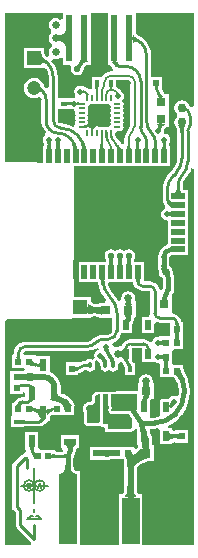
<source format=gtl>
G04*
G04 #@! TF.GenerationSoftware,Altium Limited,Altium Designer,21.0.8 (223)*
G04*
G04 Layer_Physical_Order=1*
G04 Layer_Color=255*
%FSLAX24Y24*%
%MOIN*%
G70*
G04*
G04 #@! TF.SameCoordinates,0C60853F-5807-4D95-8285-97C70BD38C20*
G04*
G04*
G04 #@! TF.FilePolarity,Positive*
G04*
G01*
G75*
%ADD14C,0.0080*%
%ADD15C,0.0100*%
%ADD17C,0.0295*%
%ADD18R,0.0591X0.1575*%
%ADD19R,0.0591X0.2362*%
%ADD20R,0.0236X0.0394*%
%ADD21R,0.0394X0.0236*%
%ADD22O,0.0236X0.0079*%
%ADD23O,0.0079X0.0236*%
%ADD24R,0.0606X0.0669*%
%ADD25R,0.0217X0.0217*%
%ADD26R,0.0217X0.0217*%
%ADD27R,0.0315X0.0315*%
%ADD28R,0.0315X0.0315*%
%ADD29R,0.0217X0.0335*%
%ADD30R,0.0157X0.0197*%
%ADD31R,0.0945X0.0650*%
%ADD32O,0.0118X0.0236*%
%ADD33R,0.0197X0.0157*%
%ADD34R,0.0236X0.1575*%
%ADD35R,0.0197X0.0472*%
%ADD36R,0.0472X0.0197*%
%ADD62C,0.0100*%
%ADD63C,0.0160*%
%ADD64C,0.0060*%
%ADD65C,0.0200*%
%ADD66C,0.0140*%
%ADD67C,0.0160*%
%ADD68C,0.0080*%
%ADD69C,0.0120*%
%ADD70C,0.0472*%
%ADD71R,0.0472X0.0472*%
%ADD72R,0.0492X0.0492*%
%ADD73C,0.0492*%
%ADD74C,0.0200*%
%ADD75C,0.0197*%
%ADD76C,0.0260*%
%ADD77C,0.0320*%
%ADD78C,0.0157*%
%ADD79C,0.0220*%
G36*
X-1218Y17532D02*
X-1264Y17510D01*
X-1298Y17501D01*
X-1367Y17547D01*
X-1457Y17565D01*
X-1546Y17547D01*
X-1623Y17497D01*
X-1673Y17420D01*
X-1691Y17331D01*
X-1673Y17241D01*
X-1623Y17165D01*
X-1613Y17158D01*
Y17062D01*
X-1623Y17056D01*
X-1673Y16980D01*
X-1691Y16890D01*
X-1673Y16800D01*
X-1623Y16724D01*
X-1588Y16701D01*
Y16606D01*
X-1623Y16583D01*
X-1673Y16507D01*
X-1691Y16417D01*
X-1675Y16335D01*
X-1693Y16306D01*
X-1729Y16267D01*
X-1762Y16276D01*
X-1772Y16286D01*
X-1788Y16303D01*
X-1801Y16321D01*
X-1811Y16339D01*
X-1819Y16358D01*
X-1825Y16377D01*
X-1828Y16397D01*
X-1829Y16414D01*
Y16569D01*
X-2502D01*
Y15896D01*
X-1940D01*
X-1938Y15896D01*
X-1934Y15896D01*
X-1930Y15895D01*
X-1926Y15896D01*
X-1829D01*
X-1764Y15860D01*
X-1751Y15842D01*
X-1703Y15726D01*
X-1687Y15609D01*
X-1688Y15602D01*
Y15242D01*
X-1768Y15214D01*
X-1778Y15226D01*
X-1813Y15253D01*
X-1817Y15258D01*
X-1831Y15271D01*
X-1838Y15320D01*
X-1872Y15402D01*
X-1926Y15472D01*
X-1996Y15526D01*
X-2078Y15560D01*
X-2165Y15571D01*
X-2253Y15560D01*
X-2335Y15526D01*
X-2405Y15472D01*
X-2459Y15402D01*
X-2493Y15320D01*
X-2504Y15232D01*
X-2493Y15145D01*
X-2459Y15063D01*
X-2405Y14992D01*
X-2335Y14939D01*
X-2253Y14905D01*
X-2165Y14893D01*
X-2078Y14905D01*
X-2016Y14930D01*
X-1953Y14905D01*
X-1932Y14887D01*
X-1923Y14845D01*
X-1925Y14839D01*
Y14114D01*
X-1926D01*
X-1908Y13972D01*
X-1853Y13840D01*
X-1791Y13760D01*
X-1798Y13668D01*
X-1805Y13656D01*
X-1817Y13648D01*
X-1862Y13582D01*
X-1877Y13504D01*
X-1862Y13426D01*
X-1826Y13373D01*
Y13344D01*
X-1829Y13295D01*
X-1830Y13289D01*
X-1872D01*
Y13192D01*
X-1872Y13188D01*
X-1871Y13188D01*
X-1872D01*
X-1872Y13184D01*
Y12740D01*
X-2894Y12740D01*
X-2894Y12740D01*
X-3150D01*
X-3150Y12740D01*
X-3150Y17717D01*
X-1218D01*
Y17532D01*
D02*
G37*
G36*
X-1117Y16570D02*
X-1120Y16615D01*
X-1130Y16656D01*
X-1146Y16692D01*
X-1168Y16723D01*
X-1197Y16750D01*
X-1232Y16771D01*
X-1274Y16788D01*
X-1322Y16800D01*
X-1352Y16804D01*
X-1357Y16803D01*
X-1361Y16801D01*
X-1364Y16799D01*
Y16806D01*
X-1376Y16807D01*
X-1437Y16810D01*
Y16970D01*
X-1376Y16972D01*
X-1364Y16974D01*
Y16981D01*
X-1361Y16979D01*
X-1357Y16977D01*
X-1352Y16975D01*
X-1322Y16979D01*
X-1274Y16991D01*
X-1232Y17008D01*
X-1197Y17030D01*
X-1168Y17056D01*
X-1146Y17087D01*
X-1130Y17123D01*
X-1120Y17164D01*
X-1117Y17210D01*
Y16570D01*
D02*
G37*
G36*
X1119Y17061D02*
X1124Y17033D01*
X1134Y17005D01*
X1147Y16980D01*
X1164Y16956D01*
X1184Y16934D01*
X1209Y16913D01*
X1237Y16894D01*
X1269Y16876D01*
X1304Y16861D01*
X1299Y16746D01*
X1264Y16759D01*
X1233Y16766D01*
X1206Y16769D01*
X1182Y16768D01*
X1162Y16762D01*
X1146Y16751D01*
X1133Y16736D01*
X1124Y16717D01*
X1119Y16692D01*
X1117Y16664D01*
Y17092D01*
X1119Y17061D01*
D02*
G37*
G36*
X-1930Y16386D02*
X-1924Y16354D01*
X-1915Y16324D01*
X-1903Y16294D01*
X-1887Y16266D01*
X-1868Y16239D01*
X-1845Y16214D01*
X-1819Y16190D01*
X-1789Y16167D01*
X-1755Y16145D01*
X-1765Y16022D01*
X-1796Y16040D01*
X-1824Y16053D01*
X-1849Y16061D01*
X-1871Y16066D01*
X-1889Y16065D01*
X-1904Y16061D01*
X-1915Y16052D01*
X-1924Y16038D01*
X-1929Y16020D01*
X-1930Y15997D01*
X-1932Y16419D01*
X-1930Y16386D01*
D02*
G37*
G36*
X617Y16095D02*
X619Y16086D01*
X622Y16077D01*
X625Y16067D01*
X630Y16056D01*
X636Y16045D01*
X650Y16021D01*
X659Y16008D01*
X669Y15995D01*
X544Y15934D01*
X519Y15967D01*
X424Y16077D01*
X411Y16088D01*
X399Y16097D01*
X390Y16102D01*
X383Y16104D01*
X617D01*
X617Y16095D01*
D02*
G37*
G36*
X-383Y16104D02*
X-408Y16102D01*
X-433Y16097D01*
X-457Y16088D01*
X-481Y16076D01*
X-504Y16060D01*
X-528Y16041D01*
X-550Y16019D01*
X-572Y15992D01*
X-594Y15963D01*
X-596Y15960D01*
X-595Y15960D01*
X-601Y15950D01*
X-612Y15931D01*
X-616Y15922D01*
X-620Y15913D01*
X-623Y15905D01*
X-625Y15897D01*
X-626Y15889D01*
X-627Y15882D01*
X-627Y15875D01*
X-719Y15955D01*
X-722Y15956D01*
X-721Y15957D01*
X-743Y15976D01*
X-735Y15977D01*
X-727Y15979D01*
X-719Y15982D01*
X-711Y15985D01*
X-704Y15990D01*
X-701Y15992D01*
X-685Y16020D01*
X-628Y16135D01*
X-608Y16187D01*
X-595Y16235D01*
X-587Y16278D01*
X-585Y16318D01*
X-589Y16353D01*
X-600Y16385D01*
X-616Y16412D01*
X-383Y16104D01*
D02*
G37*
G36*
X282Y16107D02*
X281Y16104D01*
X282Y16100D01*
Y16024D01*
Y16002D01*
X353D01*
X386Y15965D01*
X390Y15953D01*
X442Y15886D01*
X471Y15864D01*
X470Y15855D01*
X465Y15833D01*
X444Y15784D01*
X394Y15773D01*
X394Y15773D01*
D01*
X298Y15760D01*
X209Y15724D01*
X189Y15709D01*
X132Y15665D01*
X76Y15592D01*
X-257D01*
Y15300D01*
X-258Y15296D01*
X-257Y15293D01*
Y15222D01*
X-281Y15205D01*
X-333Y15184D01*
X-399Y15228D01*
X-491Y15246D01*
X-557Y15290D01*
X-635Y15306D01*
X-713Y15290D01*
X-779Y15246D01*
X-823Y15180D01*
X-839Y15102D01*
X-823Y15024D01*
X-796Y14982D01*
X-814Y14938D01*
X-834Y14906D01*
X-904Y14892D01*
X-906Y14891D01*
X-983Y14883D01*
Y14883D01*
X-1080D01*
X-1084Y14884D01*
X-1088Y14883D01*
X-1380D01*
X-1382Y14962D01*
Y15602D01*
X-1382D01*
X-1397Y15755D01*
X-1441Y15902D01*
X-1514Y16038D01*
X-1592Y16133D01*
X-1549Y16196D01*
X-1543Y16200D01*
X-1457Y16183D01*
X-1367Y16201D01*
X-1298Y16247D01*
X-1264Y16238D01*
X-1218Y16216D01*
Y16002D01*
X-987D01*
X-939Y15922D01*
X-950Y15866D01*
X-934Y15784D01*
X-888Y15715D01*
X-818Y15668D01*
X-736Y15652D01*
X-654Y15668D01*
X-585Y15715D01*
X-538Y15784D01*
X-522Y15866D01*
X-524Y15877D01*
X-523Y15880D01*
X-522Y15884D01*
X-519Y15888D01*
X-507Y15902D01*
X-495Y15926D01*
X-493Y15929D01*
X-475Y15949D01*
X-459Y15966D01*
X-444Y15978D01*
X-429Y15988D01*
X-417Y15994D01*
X-405Y15998D01*
X-394Y16001D01*
X-376Y16002D01*
X-374Y16002D01*
X-282D01*
Y16024D01*
Y16107D01*
X-281Y16111D01*
X-282Y16113D01*
Y17717D01*
X282D01*
Y16107D01*
D02*
G37*
G36*
X464Y15295D02*
X458Y15292D01*
X452Y15286D01*
X447Y15278D01*
X443Y15267D01*
X440Y15255D01*
X437Y15240D01*
X435Y15222D01*
X434Y15181D01*
X354D01*
X353Y15203D01*
X350Y15240D01*
X348Y15255D01*
X344Y15267D01*
X340Y15278D01*
X335Y15286D01*
X330Y15292D01*
X323Y15295D01*
X316Y15296D01*
X471D01*
X464Y15295D01*
D02*
G37*
G36*
X-8Y15295D02*
X-15Y15290D01*
X-20Y15282D01*
X-25Y15271D01*
X-29Y15256D01*
X-33Y15239D01*
X-35Y15218D01*
X-38Y15167D01*
X-39Y15136D01*
X-119D01*
X-119Y15167D01*
X-125Y15239D01*
X-128Y15256D01*
X-132Y15271D01*
X-137Y15282D01*
X-143Y15290D01*
X-149Y15295D01*
X-156Y15296D01*
X-1D01*
X-8Y15295D01*
D02*
G37*
G36*
X-1929Y15226D02*
X-1927Y15223D01*
X-1925Y15220D01*
X-1922Y15216D01*
X-1918Y15212D01*
X-1907Y15201D01*
X-1883Y15181D01*
X-1917Y15077D01*
X-1969Y15100D01*
X-1929Y15228D01*
X-1929Y15226D01*
D02*
G37*
G36*
X642Y15072D02*
X644Y15070D01*
X647Y15068D01*
X650Y15065D01*
X657Y15060D01*
X667Y15053D01*
X679Y15046D01*
X546Y15011D01*
X549Y15018D01*
X558Y15034D01*
X559Y15039D01*
X560Y15043D01*
X561Y15046D01*
X561Y15049D01*
X560Y15052D01*
X559Y15054D01*
X641Y15074D01*
X642Y15072D01*
D02*
G37*
G36*
X-547Y15150D02*
X-544Y15148D01*
X-541Y15147D01*
X-536Y15145D01*
X-531Y15144D01*
X-525Y15143D01*
X-510Y15142D01*
X-492Y15142D01*
Y15142D01*
X-442Y15099D01*
X-317Y14979D01*
X-325Y14982D01*
X-341Y14992D01*
X-366Y15008D01*
X-431Y14883D01*
X-424Y14901D01*
X-419Y14919D01*
X-418Y14936D01*
X-419Y14954D01*
X-424Y14972D01*
X-431Y14990D01*
X-442Y15008D01*
X-456Y15026D01*
X-472Y15044D01*
X-492Y15062D01*
Y15062D01*
X-502Y15062D01*
X-525Y15060D01*
X-531Y15059D01*
X-536Y15058D01*
X-541Y15057D01*
X-544Y15055D01*
X-547Y15054D01*
X-548Y15052D01*
Y15152D01*
X-547Y15150D01*
D02*
G37*
G36*
X2027Y15059D02*
X2048Y15030D01*
X2069Y15004D01*
X2091Y14982D01*
X2112Y14963D01*
X2134Y14948D01*
X2156Y14936D01*
X2178Y14927D01*
X2201Y14922D01*
X2223Y14920D01*
X1911D01*
X1926Y14921D01*
X1939Y14924D01*
X1948Y14929D01*
X1955Y14937D01*
X1959Y14946D01*
X1959Y14957D01*
X1957Y14971D01*
X1952Y14986D01*
X1944Y15004D01*
X1933Y15024D01*
X2006Y15092D01*
X2027Y15059D01*
D02*
G37*
G36*
X182Y14692D02*
X236Y14681D01*
X291Y14692D01*
X356Y14667D01*
X381Y14602D01*
X370Y14547D01*
X381Y14493D01*
X397Y14469D01*
X381Y14444D01*
X370Y14390D01*
X381Y14335D01*
X397Y14311D01*
X381Y14287D01*
X370Y14232D01*
X381Y14178D01*
X397Y14154D01*
X381Y14129D01*
X370Y14075D01*
X381Y14020D01*
X356Y13955D01*
X291Y13930D01*
X236Y13941D01*
X182Y13930D01*
X157Y13914D01*
X133Y13930D01*
X79Y13941D01*
X24Y13930D01*
X0Y13914D01*
X-24Y13930D01*
X-79Y13941D01*
X-133Y13930D01*
X-179Y13900D01*
X-189Y13885D01*
X-191Y13875D01*
X-195Y13848D01*
X-196Y13818D01*
X-276D01*
X-276Y13848D01*
X-279Y13880D01*
X-281Y13881D01*
X-293Y13900D01*
X-339Y13930D01*
X-344Y13931D01*
X-347Y13939D01*
X-368Y13931D01*
X-383Y13925D01*
X-427Y13904D01*
X-427Y13909D01*
X-485Y13888D01*
X-484Y13890D01*
X-669Y13956D01*
X-639Y13957D01*
X-577Y13963D01*
X-546Y13968D01*
X-482Y13982D01*
X-450Y13992D01*
X-386Y14014D01*
X-381Y14018D01*
X-381Y14019D01*
X-381Y14020D01*
X-370Y14075D01*
X-381Y14129D01*
X-397Y14154D01*
X-381Y14178D01*
X-370Y14232D01*
X-381Y14287D01*
X-397Y14311D01*
X-381Y14335D01*
X-370Y14390D01*
X-381Y14444D01*
X-397Y14469D01*
X-381Y14493D01*
X-370Y14547D01*
X-381Y14602D01*
X-356Y14667D01*
X-291Y14692D01*
X-236Y14681D01*
X-182Y14692D01*
X-157Y14708D01*
X-133Y14692D01*
X-79Y14681D01*
X-24Y14692D01*
X0Y14708D01*
X24Y14692D01*
X79Y14681D01*
X133Y14692D01*
X157Y14708D01*
X182Y14692D01*
D02*
G37*
G36*
X-751Y14768D02*
X-744Y14763D01*
X-737Y14759D01*
X-730Y14755D01*
X-723Y14752D01*
X-715Y14749D01*
X-706Y14747D01*
X-697Y14746D01*
X-688Y14745D01*
X-678Y14745D01*
Y14665D01*
X-688Y14664D01*
X-697Y14664D01*
X-706Y14662D01*
X-715Y14660D01*
X-723Y14657D01*
X-730Y14654D01*
X-737Y14651D01*
X-744Y14646D01*
X-751Y14641D01*
X-756Y14636D01*
Y14774D01*
X-751Y14768D01*
D02*
G37*
G36*
X-1082Y14775D02*
X-1077Y14769D01*
X-1069Y14763D01*
X-1058Y14758D01*
X-1044Y14754D01*
X-1026Y14751D01*
X-1005Y14748D01*
X-961Y14745D01*
X-956Y14746D01*
X-948Y14747D01*
X-939Y14749D01*
X-931Y14752D01*
X-923Y14755D01*
X-916Y14759D01*
X-909Y14763D01*
X-903Y14768D01*
X-897Y14774D01*
Y14636D01*
X-903Y14641D01*
X-909Y14646D01*
X-916Y14651D01*
X-923Y14654D01*
X-931Y14657D01*
X-939Y14660D01*
X-948Y14662D01*
X-956Y14664D01*
X-960Y14664D01*
X-1026Y14659D01*
X-1044Y14655D01*
X-1058Y14651D01*
X-1069Y14646D01*
X-1077Y14641D01*
X-1082Y14634D01*
X-1084Y14627D01*
Y14782D01*
X-1082Y14775D01*
D02*
G37*
G36*
X3150Y14609D02*
X3070Y14582D01*
X3059Y14595D01*
X2993Y14646D01*
X2989Y14664D01*
X2934Y14745D01*
X2853Y14800D01*
X2756Y14819D01*
X2659Y14800D01*
X2577Y14745D01*
X2523Y14664D01*
X2503Y14567D01*
X2523Y14470D01*
X2577Y14388D01*
X2606Y14369D01*
Y14273D01*
X2577Y14253D01*
X2523Y14171D01*
X2503Y14075D01*
X2523Y13978D01*
X2557Y13927D01*
X2560Y13920D01*
X2569Y13908D01*
X2575Y13898D01*
X2581Y13886D01*
X2586Y13872D01*
X2591Y13855D01*
X2596Y13836D01*
X2599Y13816D01*
X2603Y13768D01*
Y12877D01*
X2604Y12870D01*
X2588Y12742D01*
X2535Y12616D01*
X2457Y12514D01*
X2451Y12510D01*
X2434Y12492D01*
X2376Y12437D01*
X2376Y12437D01*
X2327Y12378D01*
X2263Y12299D01*
X2179Y12142D01*
X2127Y11971D01*
X2109Y11793D01*
X2111Y11793D01*
X2111Y11792D01*
Y11516D01*
X2111D01*
X2123Y11425D01*
X2158Y11341D01*
X2193Y11295D01*
X2190Y11263D01*
X2177Y11213D01*
X2169Y11201D01*
X2120Y11168D01*
X2075Y11102D01*
X2060Y11024D01*
X2075Y10946D01*
X2120Y10879D01*
X2186Y10835D01*
X2264Y10820D01*
X2302Y10746D01*
Y10530D01*
Y10235D01*
Y10013D01*
X2291Y10011D01*
X2184Y9967D01*
X2092Y9896D01*
X2021Y9804D01*
X1977Y9697D01*
X1962Y9582D01*
X1962D01*
Y9285D01*
X1962D01*
X1973Y9203D01*
X1972Y9201D01*
X1973Y9198D01*
X1977Y9167D01*
X1987Y9143D01*
X1995Y9119D01*
X1990Y9094D01*
X2008Y9005D01*
X2059Y8929D01*
X2120Y8888D01*
Y8621D01*
X2115Y8581D01*
X2111Y8557D01*
X2101Y8514D01*
X2075Y8498D01*
X1993Y8543D01*
X1992Y8545D01*
X1962Y8620D01*
X1912Y8684D01*
X1848Y8733D01*
X1773Y8764D01*
X1697Y8774D01*
X1693Y8775D01*
X1478D01*
Y9431D01*
X1172D01*
X1153Y9511D01*
X1182Y9554D01*
X1198Y9636D01*
X1182Y9718D01*
X1136Y9788D01*
X1066Y9834D01*
X984Y9850D01*
X902Y9834D01*
X837Y9790D01*
X771Y9834D01*
X689Y9850D01*
X607Y9834D01*
X541Y9790D01*
X476Y9834D01*
X394Y9850D01*
X312Y9834D01*
X242Y9788D01*
X196Y9718D01*
X180Y9636D01*
X196Y9554D01*
X225Y9511D01*
X212Y9459D01*
X201Y9431D01*
X-691D01*
Y9330D01*
X-690Y9330D01*
X-691D01*
Y8758D01*
X-45D01*
X-41Y8741D01*
X-41Y8738D01*
X-25Y8670D01*
X-20Y8645D01*
X-16Y8634D01*
X-14Y8623D01*
X-13Y8621D01*
X1Y8562D01*
X71Y8394D01*
X165Y8240D01*
X240Y8152D01*
X203Y8072D01*
X84D01*
X80Y8073D01*
X78Y8073D01*
X76Y8073D01*
X73Y8072D01*
X-21D01*
Y8032D01*
X-32Y8030D01*
X-113Y8026D01*
X-113Y8026D01*
X-163Y8036D01*
X-202Y8048D01*
X-232Y8063D01*
X-252Y8078D01*
X-265Y8093D01*
X-274Y8110D01*
X-280Y8131D01*
X-283Y8167D01*
X-284Y8168D01*
Y8259D01*
X-381D01*
X-385Y8260D01*
X-389Y8259D01*
X-390D01*
X-394Y8260D01*
X-395Y8259D01*
X-853D01*
Y9330D01*
X-885D01*
X-881Y9331D01*
X-878Y9335D01*
X-876Y9341D01*
X-874Y9350D01*
X-872Y9361D01*
X-870Y9375D01*
X-868Y9410D01*
X-867Y9456D01*
X-853D01*
Y9529D01*
X-859Y9532D01*
X-853Y9552D01*
Y12617D01*
X2364D01*
Y13184D01*
X2365Y13188D01*
X2363D01*
X2364Y13189D01*
X2364Y13192D01*
Y13289D01*
X2323D01*
X2318Y13347D01*
Y13373D01*
X2354Y13426D01*
X2369Y13504D01*
X2354Y13582D01*
X2310Y13648D01*
X2243Y13692D01*
X2204Y13700D01*
X2164Y13714D01*
X2146Y13786D01*
X2149Y13803D01*
X2147Y13814D01*
X2157Y13838D01*
X2161Y13846D01*
X2162Y13851D01*
X2165Y13858D01*
X2171Y13868D01*
X2184Y13885D01*
X2196Y13898D01*
X2206Y13906D01*
X2213Y13911D01*
X2218Y13914D01*
X2221Y13914D01*
X2232Y13915D01*
X2234Y13916D01*
X2324D01*
Y14013D01*
X2325Y14017D01*
X2324Y14021D01*
Y14023D01*
X2325Y14026D01*
X2324Y14027D01*
Y14431D01*
X2324D01*
Y14506D01*
X2324D01*
Y14911D01*
X2325Y14912D01*
X2324Y14916D01*
Y14916D01*
X2325Y14920D01*
X2324Y14924D01*
Y15021D01*
X2233D01*
X2231Y15022D01*
X2216Y15023D01*
X2208Y15025D01*
X2199Y15028D01*
X2188Y15034D01*
X2175Y15043D01*
X2161Y15056D01*
X2159Y15058D01*
X2155Y15067D01*
X2119Y15114D01*
X2098Y15185D01*
X2098Y15240D01*
Y15602D01*
X1728D01*
Y16315D01*
X1728D01*
X1714Y16457D01*
X1673Y16594D01*
X1606Y16720D01*
X1515Y16830D01*
X1405Y16921D01*
X1357Y16946D01*
X1347Y16953D01*
X1346Y16953D01*
X1345Y16954D01*
X1326Y16963D01*
X1284Y16985D01*
X1270Y16994D01*
X1255Y17007D01*
X1243Y17020D01*
X1234Y17033D01*
X1228Y17045D01*
X1223Y17059D01*
X1220Y17074D01*
X1219Y17098D01*
X1218Y17100D01*
Y17717D01*
X3150D01*
Y14609D01*
D02*
G37*
G36*
X-983Y14526D02*
X-906Y14519D01*
X-904Y14518D01*
X-854Y14508D01*
X-835Y14485D01*
X-809Y14442D01*
X-804Y14425D01*
X-811Y14390D01*
X-801Y14335D01*
X-784Y14311D01*
X-801Y14287D01*
X-811Y14232D01*
X-801Y14178D01*
X-784Y14154D01*
X-801Y14129D01*
X-811Y14075D01*
X-801Y14020D01*
X-847Y13945D01*
X-860Y13938D01*
X-919Y13970D01*
X-1096Y14023D01*
X-1280Y14041D01*
Y14041D01*
X-1349Y14068D01*
X-1352Y14070D01*
X-1375Y14103D01*
X-1382Y14143D01*
X-1382D01*
Y14447D01*
X-1380Y14526D01*
X-1088D01*
X-1084Y14525D01*
X-1080Y14526D01*
X-983D01*
Y14526D01*
D02*
G37*
G36*
X2841Y14620D02*
X2844Y14617D01*
X2848Y14614D01*
X2853Y14610D01*
X2867Y14602D01*
X2894Y14587D01*
X2905Y14581D01*
X2886Y14476D01*
X2878Y14481D01*
X2869Y14486D01*
X2861Y14489D01*
X2854Y14492D01*
X2846Y14493D01*
X2839Y14494D01*
X2832Y14493D01*
X2826Y14491D01*
X2819Y14489D01*
X2813Y14485D01*
X2839Y14623D01*
X2841Y14620D01*
D02*
G37*
G36*
X2203Y14015D02*
X2183Y14010D01*
X2163Y14000D01*
X2144Y13988D01*
X2125Y13971D01*
X2106Y13951D01*
X2088Y13927D01*
X2070Y13899D01*
X2066Y13892D01*
X2069Y13890D01*
X2064Y13880D01*
X2049Y13844D01*
X2047Y13837D01*
X2046Y13831D01*
X2045Y13825D01*
X2044Y13820D01*
X2045Y13816D01*
X2021Y13834D01*
X1915Y13843D01*
X1929Y13876D01*
X1937Y13900D01*
X1934Y13902D01*
X1938Y13903D01*
X1948Y13932D01*
X1953Y13954D01*
X1954Y13973D01*
X1952Y13989D01*
X1947Y14001D01*
X1938Y14010D01*
X1926Y14015D01*
X1911Y14017D01*
X2223D01*
X2203Y14015D01*
D02*
G37*
G36*
X2822Y13999D02*
X2819Y13994D01*
X2816Y13988D01*
X2813Y13982D01*
X2813Y13981D01*
X2870D01*
X2858Y13964D01*
X2847Y13946D01*
X2837Y13926D01*
X2829Y13904D01*
X2822Y13881D01*
X2816Y13855D01*
X2812Y13828D01*
X2808Y13799D01*
X2806Y13736D01*
X2706D01*
X2705Y13768D01*
X2700Y13828D01*
X2696Y13855D01*
X2690Y13881D01*
X2683Y13904D01*
X2675Y13926D01*
X2665Y13946D01*
X2654Y13964D01*
X2642Y13981D01*
X2699D01*
X2699Y13982D01*
X2696Y13988D01*
X2693Y13994D01*
X2690Y13999D01*
X2686Y14003D01*
X2826D01*
X2822Y13999D01*
D02*
G37*
G36*
X276Y13762D02*
X283Y13656D01*
X287Y13624D01*
X305Y13533D01*
X313Y13505D01*
X322Y13478D01*
X258Y13431D01*
X242Y13475D01*
X196Y13632D01*
X200Y13627D01*
X275Y13799D01*
X276Y13762D01*
D02*
G37*
G36*
X425Y13760D02*
X422Y13740D01*
X421Y13718D01*
X422Y13696D01*
X426Y13672D01*
X432Y13647D01*
X441Y13620D01*
X452Y13592D01*
X465Y13563D01*
X481Y13532D01*
X424Y13476D01*
X408Y13505D01*
X360Y13609D01*
X360Y13615D01*
X362Y13616D01*
X366Y13614D01*
X431Y13778D01*
X425Y13760D01*
D02*
G37*
G36*
X787Y15487D02*
X984D01*
X1011Y15460D01*
X1038Y15433D01*
Y13970D01*
X1038Y13969D01*
X1034Y13948D01*
X1000Y13882D01*
X1000Y13882D01*
X913Y13768D01*
X858Y13636D01*
X840Y13494D01*
X842D01*
Y13382D01*
X795Y13349D01*
X774Y13351D01*
X732Y13361D01*
X724Y13379D01*
X716Y13389D01*
X681Y13455D01*
X568Y13592D01*
Y13592D01*
X536Y13659D01*
Y13720D01*
X590Y13775D01*
X669D01*
X724Y13786D01*
X770Y13817D01*
X801Y13863D01*
X811Y13917D01*
X801Y13972D01*
X784Y13996D01*
X801Y14020D01*
X811Y14075D01*
X801Y14129D01*
X784Y14154D01*
X801Y14178D01*
X811Y14232D01*
X801Y14287D01*
X784Y14311D01*
X801Y14335D01*
X811Y14390D01*
X801Y14444D01*
X784Y14469D01*
X801Y14493D01*
X811Y14547D01*
X801Y14602D01*
X784Y14626D01*
X801Y14650D01*
X811Y14705D01*
X801Y14759D01*
X770Y14805D01*
X811Y14874D01*
X817Y14883D01*
X832Y14961D01*
X817Y15038D01*
X773Y15104D01*
X740Y15126D01*
X731Y15134D01*
X721Y15140D01*
X720Y15140D01*
X673Y15201D01*
X603Y15255D01*
X572Y15268D01*
Y15293D01*
X573Y15296D01*
X572Y15300D01*
Y15487D01*
X786D01*
Y15491D01*
X787Y15487D01*
D02*
G37*
G36*
X2232Y13428D02*
X2228Y13423D01*
X2225Y13418D01*
X2223Y13411D01*
X2220Y13404D01*
X2219Y13396D01*
X2217Y13387D01*
X2216Y13378D01*
X2216Y13365D01*
X2216Y13350D01*
X2223Y13260D01*
X2227Y13238D01*
X2232Y13220D01*
X2239Y13206D01*
X2246Y13196D01*
X2254Y13190D01*
X2263Y13188D01*
X2068D01*
X2077Y13190D01*
X2085Y13196D01*
X2092Y13206D01*
X2098Y13220D01*
X2104Y13238D01*
X2108Y13260D01*
X2111Y13286D01*
X2115Y13350D01*
X2115Y13369D01*
X2114Y13387D01*
X2112Y13396D01*
X2110Y13404D01*
X2108Y13411D01*
X2106Y13418D01*
X2103Y13423D01*
X2099Y13428D01*
X2095Y13433D01*
X2235D01*
X2232Y13428D01*
D02*
G37*
G36*
X1921Y13350D02*
X1928Y13260D01*
X1932Y13238D01*
X1937Y13220D01*
X1943Y13206D01*
X1950Y13196D01*
X1958Y13190D01*
X1967Y13188D01*
X1773D01*
X1782Y13190D01*
X1790Y13196D01*
X1797Y13206D01*
X1803Y13220D01*
X1808Y13238D01*
X1813Y13260D01*
X1816Y13286D01*
X1820Y13350D01*
X1820Y13388D01*
X1920D01*
X1921Y13350D01*
D02*
G37*
G36*
X1625D02*
X1632Y13260D01*
X1637Y13238D01*
X1642Y13220D01*
X1648Y13206D01*
X1655Y13196D01*
X1663Y13190D01*
X1672Y13188D01*
X1478D01*
X1487Y13190D01*
X1495Y13196D01*
X1502Y13206D01*
X1508Y13220D01*
X1513Y13238D01*
X1517Y13260D01*
X1521Y13286D01*
X1524Y13350D01*
X1525Y13388D01*
X1625D01*
X1625Y13350D01*
D02*
G37*
G36*
X1344Y13417D02*
X1339Y13410D01*
X1334Y13403D01*
X1330Y13396D01*
X1327Y13388D01*
X1324Y13380D01*
X1322Y13371D01*
X1321Y13362D01*
X1320Y13353D01*
X1320Y13345D01*
X1320Y13317D01*
X1325Y13266D01*
X1329Y13245D01*
X1334Y13228D01*
X1340Y13213D01*
X1348Y13202D01*
X1356Y13194D01*
X1366Y13189D01*
X1377Y13188D01*
X1182D01*
X1193Y13189D01*
X1203Y13194D01*
X1212Y13202D01*
X1219Y13213D01*
X1225Y13228D01*
X1230Y13245D01*
X1234Y13266D01*
X1237Y13290D01*
X1239Y13317D01*
X1239Y13345D01*
X1239Y13353D01*
X1238Y13362D01*
X1237Y13371D01*
X1235Y13380D01*
X1232Y13388D01*
X1229Y13396D01*
X1225Y13403D01*
X1220Y13410D01*
X1215Y13417D01*
X1210Y13423D01*
X1350D01*
X1344Y13417D01*
D02*
G37*
G36*
X1025Y13317D02*
X1029Y13266D01*
X1033Y13245D01*
X1039Y13228D01*
X1045Y13213D01*
X1052Y13202D01*
X1061Y13194D01*
X1071Y13189D01*
X1081Y13188D01*
X887D01*
X898Y13189D01*
X908Y13194D01*
X916Y13202D01*
X924Y13213D01*
X930Y13228D01*
X935Y13245D01*
X939Y13266D01*
X942Y13290D01*
X944Y13317D01*
X944Y13348D01*
X1024D01*
X1025Y13317D01*
D02*
G37*
G36*
X120D02*
X122Y13290D01*
X126Y13266D01*
X131Y13245D01*
X138Y13228D01*
X146Y13213D01*
X156Y13202D01*
X168Y13194D01*
X181Y13189D01*
X196Y13188D01*
X1D01*
X8Y13189D01*
X15Y13194D01*
X20Y13202D01*
X25Y13213D01*
X29Y13228D01*
X33Y13245D01*
X35Y13266D01*
X38Y13317D01*
X39Y13348D01*
X119D01*
X120Y13317D01*
D02*
G37*
G36*
X-482Y13345D02*
X-453Y13258D01*
X-443Y13236D01*
X-434Y13219D01*
X-424Y13205D01*
X-414Y13196D01*
X-405Y13190D01*
X-395Y13188D01*
X-589D01*
X-598Y13381D01*
X-491Y13382D01*
X-482Y13345D01*
D02*
G37*
G36*
X-778Y13344D02*
X-747Y13257D01*
X-738Y13236D01*
X-728Y13219D01*
X-718Y13205D01*
X-709Y13196D01*
X-699Y13190D01*
X-690Y13188D01*
X-885D01*
X-885Y13215D01*
X-893Y13355D01*
X-895Y13368D01*
X-898Y13378D01*
X-789Y13381D01*
X-778Y13344D01*
D02*
G37*
G36*
X-1312Y13419D02*
X-1315Y13414D01*
X-1318Y13408D01*
X-1321Y13402D01*
X-1323Y13394D01*
X-1325Y13387D01*
X-1326Y13378D01*
X-1327Y13369D01*
X-1328Y13358D01*
X-1327Y13350D01*
X-1320Y13260D01*
X-1316Y13238D01*
X-1311Y13220D01*
X-1305Y13206D01*
X-1298Y13196D01*
X-1290Y13190D01*
X-1281Y13188D01*
X-1475D01*
X-1466Y13190D01*
X-1458Y13196D01*
X-1451Y13206D01*
X-1445Y13220D01*
X-1440Y13238D01*
X-1435Y13260D01*
X-1432Y13286D01*
X-1428Y13350D01*
X-1428Y13360D01*
X-1430Y13378D01*
X-1431Y13387D01*
X-1433Y13394D01*
X-1435Y13402D01*
X-1438Y13408D01*
X-1441Y13414D01*
X-1444Y13419D01*
X-1448Y13423D01*
X-1308D01*
X-1312Y13419D01*
D02*
G37*
G36*
X-1607Y13428D02*
X-1610Y13423D01*
X-1613Y13418D01*
X-1616Y13411D01*
X-1618Y13404D01*
X-1620Y13396D01*
X-1621Y13387D01*
X-1622Y13378D01*
X-1623Y13365D01*
X-1623Y13350D01*
X-1616Y13260D01*
X-1611Y13238D01*
X-1606Y13220D01*
X-1600Y13206D01*
X-1593Y13196D01*
X-1585Y13190D01*
X-1576Y13188D01*
X-1770D01*
X-1761Y13190D01*
X-1753Y13196D01*
X-1746Y13206D01*
X-1740Y13220D01*
X-1735Y13238D01*
X-1731Y13260D01*
X-1727Y13286D01*
X-1724Y13350D01*
X-1723Y13369D01*
X-1725Y13387D01*
X-1726Y13396D01*
X-1728Y13404D01*
X-1730Y13411D01*
X-1733Y13418D01*
X-1736Y13423D01*
X-1739Y13428D01*
X-1743Y13433D01*
X-1603D01*
X-1607Y13428D01*
D02*
G37*
G36*
X434Y13226D02*
X436Y13199D01*
X436Y13194D01*
X437Y13191D01*
X438Y13189D01*
X440Y13187D01*
X441Y13187D01*
X346D01*
X348Y13187D01*
X349Y13189D01*
X350Y13191D01*
X351Y13194D01*
X352Y13199D01*
X353Y13204D01*
X353Y13218D01*
X354Y13235D01*
X434D01*
X434Y13226D01*
D02*
G37*
G36*
X645Y13307D02*
X659Y13282D01*
X673Y13260D01*
X688Y13241D01*
X703Y13225D01*
X719Y13211D01*
X735Y13201D01*
X752Y13194D01*
X769Y13189D01*
X786Y13188D01*
X593Y12930D01*
X607Y12953D01*
X616Y12980D01*
X622Y13011D01*
X623Y13046D01*
X620Y13084D01*
X613Y13126D01*
X601Y13172D01*
X585Y13221D01*
X541Y13332D01*
X632Y13335D01*
X645Y13307D01*
D02*
G37*
G36*
X2689Y11873D02*
X2694Y11839D01*
X2701Y11809D01*
X2712Y11783D01*
X2725Y11761D01*
X2742Y11743D01*
X2761Y11729D01*
X2784Y11719D01*
X2809Y11713D01*
X2838Y11711D01*
X2438D01*
X2466Y11713D01*
X2492Y11719D01*
X2514Y11729D01*
X2534Y11743D01*
X2550Y11761D01*
X2564Y11783D01*
X2574Y11809D01*
X2582Y11839D01*
X2586Y11873D01*
X2588Y11911D01*
X2688D01*
X2689Y11873D01*
D02*
G37*
G36*
X2350Y11480D02*
X2384Y11450D01*
X2415Y11426D01*
X2445Y11407D01*
X2473Y11394D01*
X2499Y11387D01*
X2523Y11386D01*
X2545Y11390D01*
X2565Y11400D01*
X2583Y11415D01*
X2403Y11222D01*
X2401Y11225D01*
X2397Y11231D01*
X2389Y11240D01*
X2277Y11361D01*
X2247Y11392D01*
X2314Y11516D01*
X2350Y11480D01*
D02*
G37*
G36*
X2403Y11074D02*
X2410Y11074D01*
X2410Y10974D01*
X2403Y10973D01*
Y10926D01*
X2401Y10935D01*
X2397Y10943D01*
X2390Y10950D01*
X2381Y10957D01*
X2368Y10962D01*
X2355Y10966D01*
X2350Y10964D01*
X2344Y10961D01*
X2339Y10957D01*
X2335Y10954D01*
Y10969D01*
X2335Y10969D01*
X2314Y10972D01*
X2290Y10973D01*
X2264Y10974D01*
Y11074D01*
X2290Y11074D01*
X2335Y11078D01*
X2335Y11078D01*
Y11094D01*
X2339Y11090D01*
X2344Y11086D01*
X2350Y11083D01*
X2355Y11082D01*
X2368Y11085D01*
X2381Y11091D01*
X2390Y11097D01*
X2397Y11104D01*
X2401Y11112D01*
X2403Y11121D01*
Y11074D01*
D02*
G37*
G36*
X1044Y9558D02*
X1061D01*
X1058Y9554D01*
X1055Y9549D01*
X1053Y9543D01*
X1050Y9537D01*
X1049Y9529D01*
X1047Y9521D01*
X1046Y9512D01*
X1046Y9509D01*
X1054Y9390D01*
X1058Y9368D01*
X1063Y9351D01*
X1068Y9339D01*
X1074Y9332D01*
X1081Y9330D01*
X887D01*
X894Y9332D01*
X900Y9339D01*
X906Y9351D01*
X911Y9368D01*
X915Y9390D01*
X918Y9416D01*
X923Y9483D01*
X923Y9502D01*
X922Y9521D01*
X920Y9529D01*
X918Y9537D01*
X916Y9543D01*
X913Y9549D01*
X910Y9554D01*
X907Y9558D01*
X924D01*
X924Y9570D01*
X1044D01*
X1044Y9558D01*
D02*
G37*
G36*
X749D02*
X766D01*
X763Y9554D01*
X760Y9549D01*
X757Y9543D01*
X755Y9537D01*
X753Y9529D01*
X752Y9521D01*
X751Y9512D01*
X750Y9509D01*
X758Y9390D01*
X762Y9368D01*
X767Y9351D01*
X773Y9339D01*
X779Y9332D01*
X786Y9330D01*
X592D01*
X599Y9332D01*
X605Y9339D01*
X611Y9351D01*
X616Y9368D01*
X620Y9390D01*
X623Y9416D01*
X628Y9483D01*
X628Y9502D01*
X626Y9521D01*
X625Y9529D01*
X623Y9537D01*
X621Y9543D01*
X618Y9549D01*
X615Y9554D01*
X612Y9558D01*
X629D01*
X629Y9570D01*
X749D01*
X749Y9558D01*
D02*
G37*
G36*
X454D02*
X471D01*
X467Y9554D01*
X465Y9549D01*
X462Y9543D01*
X460Y9537D01*
X458Y9529D01*
X456Y9521D01*
X455Y9512D01*
X455Y9509D01*
X463Y9390D01*
X467Y9368D01*
X472Y9351D01*
X478Y9339D01*
X484Y9332D01*
X491Y9330D01*
X296D01*
X304Y9332D01*
X310Y9339D01*
X315Y9351D01*
X320Y9368D01*
X324Y9390D01*
X328Y9416D01*
X332Y9483D01*
X333Y9502D01*
X331Y9521D01*
X329Y9529D01*
X328Y9537D01*
X325Y9543D01*
X323Y9549D01*
X320Y9554D01*
X317Y9558D01*
X334D01*
X334Y9570D01*
X454D01*
X454Y9558D01*
D02*
G37*
G36*
X2226Y9274D02*
X2227Y9264D01*
X2228Y9255D01*
X2230Y9247D01*
X2233Y9240D01*
X2236Y9234D01*
X2240Y9230D01*
X2244Y9226D01*
X2249Y9223D01*
X2255Y9221D01*
X2099Y9127D01*
X2074Y9208D01*
X2226Y9285D01*
X2226Y9274D01*
D02*
G37*
G36*
X2375Y8980D02*
X2223Y8904D01*
X2223Y8915D01*
X2222Y8925D01*
X2221Y8934D01*
X2219Y8942D01*
X2216Y8949D01*
X2213Y8955D01*
X2209Y8959D01*
X2205Y8963D01*
X2200Y8966D01*
X2194Y8968D01*
X2350Y9062D01*
X2375Y8980D01*
D02*
G37*
G36*
X1354Y8860D02*
X1349Y8857D01*
X1344Y8853D01*
X1340Y8848D01*
X1337Y8840D01*
X1334Y8831D01*
X1332Y8821D01*
X1331Y8809D01*
X1330Y8795D01*
X1330Y8780D01*
X1230D01*
X1229Y8795D01*
X1227Y8821D01*
X1225Y8831D01*
X1222Y8840D01*
X1219Y8848D01*
X1215Y8853D01*
X1210Y8857D01*
X1205Y8860D01*
X1200Y8861D01*
X1359D01*
X1354Y8860D01*
D02*
G37*
G36*
X188Y8857D02*
X181Y8852D01*
X176Y8842D01*
X173Y8828D01*
X171Y8810D01*
X170Y8789D01*
X171Y8763D01*
X178Y8700D01*
X183Y8663D01*
X80Y8662D01*
X74Y8700D01*
X52Y8788D01*
X45Y8810D01*
X37Y8828D01*
X28Y8842D01*
X20Y8852D01*
X11Y8857D01*
X1Y8859D01*
X196D01*
X188Y8857D01*
D02*
G37*
G36*
X2381Y8505D02*
X2381Y8503D01*
X2378Y8497D01*
X2367Y8471D01*
X2281Y8290D01*
X2168Y8403D01*
X2179Y8427D01*
X2189Y8453D01*
X2197Y8480D01*
X2211Y8537D01*
X2216Y8567D01*
X2223Y8631D01*
X2225Y8665D01*
X2226Y8700D01*
X2381Y8505D01*
D02*
G37*
G36*
X1137Y8699D02*
X1168Y8624D01*
X1218Y8560D01*
X1282Y8511D01*
X1357Y8480D01*
X1433Y8470D01*
X1437Y8469D01*
X1693D01*
Y8467D01*
X1695Y8466D01*
X1696Y8465D01*
X1697D01*
Y7993D01*
X1711Y7991D01*
X1697D01*
Y7717D01*
X1698Y7712D01*
X1703Y7680D01*
X1644Y7600D01*
X1426D01*
Y7065D01*
X1842D01*
Y7366D01*
X1922Y7419D01*
X1928Y7417D01*
X2004Y7407D01*
X2008Y7406D01*
X2370D01*
Y7101D01*
X2370Y7098D01*
X2370Y7094D01*
Y6996D01*
X2314Y6941D01*
X2121D01*
X2117Y6941D01*
X2114Y6941D01*
X2016D01*
X2016Y6941D01*
X1969Y6935D01*
X1941Y6929D01*
X1941Y6929D01*
X1938Y6929D01*
X1891Y6919D01*
X1825Y6875D01*
X1782Y6810D01*
X1776Y6781D01*
X1718Y6762D01*
X1690Y6759D01*
X1631Y6804D01*
X1557Y6835D01*
X1481Y6845D01*
X1476Y6846D01*
X1043D01*
X1039Y6845D01*
X963Y6835D01*
X888Y6804D01*
X824Y6755D01*
X775Y6690D01*
X752Y6635D01*
X678D01*
Y6635D01*
X613Y6599D01*
X540Y6585D01*
X538Y6583D01*
X458Y6615D01*
X439Y6682D01*
X466Y6732D01*
X523Y6756D01*
X615Y6826D01*
X685Y6918D01*
X729Y7025D01*
X735Y7065D01*
X1094D01*
Y7312D01*
X1133Y7406D01*
X1148Y7523D01*
X1206Y7577D01*
X1222D01*
Y7678D01*
X1222Y7678D01*
X1222Y7679D01*
Y7987D01*
X1223Y7991D01*
X1222Y7995D01*
Y8092D01*
X1222D01*
X1192Y8172D01*
X1199Y8209D01*
X1181Y8298D01*
X1130Y8374D01*
X1054Y8425D01*
X965Y8443D01*
X875Y8425D01*
X799Y8374D01*
X748Y8298D01*
X730Y8209D01*
X737Y8172D01*
X728Y8148D01*
X671Y8126D01*
X637Y8133D01*
X605Y8192D01*
X503Y8318D01*
X503Y8318D01*
X450Y8376D01*
X392Y8446D01*
X314Y8593D01*
X288Y8678D01*
X325Y8746D01*
X338Y8758D01*
X1130D01*
X1137Y8699D01*
D02*
G37*
G36*
X1045Y8167D02*
X1050Y8116D01*
X1056D01*
X1053Y8113D01*
X1052Y8109D01*
X1051Y8106D01*
X1051Y8098D01*
X1057Y8069D01*
X1064Y8045D01*
X1072Y8026D01*
X1082Y8011D01*
X1093Y8000D01*
X1106Y7993D01*
X1121Y7991D01*
X808D01*
X823Y7993D01*
X836Y8000D01*
X847Y8011D01*
X857Y8026D01*
X865Y8045D01*
X872Y8069D01*
X878Y8098D01*
X879Y8105D01*
X878Y8109D01*
X876Y8113D01*
X874Y8116D01*
X880D01*
X882Y8130D01*
X884Y8167D01*
X885Y8209D01*
X1045D01*
X1045Y8167D01*
D02*
G37*
G36*
X-381Y8112D02*
X-369Y8071D01*
X-349Y8034D01*
X-321Y8003D01*
X-285Y7976D01*
X-241Y7954D01*
X-189Y7937D01*
X-129Y7925D01*
X-116Y7923D01*
X-20Y7929D01*
X16Y7935D01*
X44Y7943D01*
X64Y7951D01*
X76Y7961D01*
X80Y7971D01*
Y7659D01*
X76Y7669D01*
X64Y7679D01*
X44Y7687D01*
X16Y7695D01*
X-20Y7701D01*
X-64Y7706D01*
X-132Y7710D01*
X-321Y7698D01*
X-349Y7692D01*
X-369Y7685D01*
X-381Y7677D01*
X-385Y7669D01*
Y8158D01*
X-381Y8112D01*
D02*
G37*
G36*
X-73Y7604D02*
X-35Y7600D01*
X-21Y7598D01*
Y7557D01*
X73D01*
X76Y7557D01*
X78Y7557D01*
X80Y7557D01*
X84Y7557D01*
X438D01*
Y7139D01*
X438Y7138D01*
X428Y7087D01*
X398Y7043D01*
X354Y7013D01*
X303Y7003D01*
X302Y7003D01*
X167D01*
Y7005D01*
X23Y6986D01*
X-112Y6930D01*
X-228Y6842D01*
X-228Y6842D01*
X-288Y6796D01*
X-306Y6784D01*
X-396Y6766D01*
X-403Y6767D01*
X-2445D01*
Y6768D01*
X-2550Y6754D01*
X-2648Y6713D01*
X-2732Y6649D01*
X-2796Y6565D01*
X-2837Y6467D01*
X-2850Y6368D01*
X-2905Y6311D01*
X-2905Y6311D01*
X-2905Y6311D01*
Y6213D01*
X-2906Y6209D01*
X-2905Y6206D01*
Y5894D01*
X-2512D01*
X-2507Y5889D01*
X-2482Y5817D01*
X-2548Y5799D01*
Y5799D01*
X-2645D01*
X-2649Y5800D01*
X-2650Y5799D01*
X-2650Y5800D01*
X-2654Y5799D01*
X-2964D01*
Y5382D01*
Y5028D01*
X-2548D01*
Y5082D01*
X-2542Y5086D01*
X-2462Y5047D01*
Y4917D01*
X-2559D01*
X-2566Y4915D01*
X-2634Y4906D01*
X-2673Y4890D01*
X-2681Y4889D01*
X-2682Y4888D01*
X-2683Y4888D01*
X-2689Y4884D01*
X-2704Y4877D01*
X-2764Y4831D01*
X-2809Y4773D01*
X-2847Y4736D01*
X-2905D01*
Y4639D01*
X-2906Y4635D01*
X-2905Y4631D01*
Y4319D01*
X-2954Y4273D01*
X-2954D01*
Y3916D01*
X-2663D01*
X-2659Y3915D01*
X-2657Y3915D01*
X-2656Y3915D01*
X-2653Y3916D01*
X-2557D01*
Y3937D01*
X-2502Y3942D01*
X-2008D01*
X-2001Y3943D01*
X-1933Y3952D01*
X-1908Y3962D01*
X-1902Y3963D01*
X-1901Y3963D01*
X-1901Y3963D01*
X-1889Y3970D01*
X-1863Y3981D01*
X-1803Y4027D01*
X-1778Y4059D01*
X-1716Y4113D01*
X-1652D01*
Y4239D01*
X-1651Y4246D01*
X-1649Y4255D01*
X-1646Y4265D01*
X-1640Y4276D01*
X-1631Y4288D01*
X-1619Y4301D01*
X-1618Y4302D01*
X-1593Y4312D01*
X-1584Y4319D01*
X-1154D01*
X-1150Y4319D01*
X-1149Y4319D01*
X-1147Y4319D01*
X-1144Y4319D01*
X-835D01*
Y4592D01*
X-834Y4594D01*
X-829Y4602D01*
X-826Y4611D01*
X-824Y4621D01*
X-824Y4622D01*
X-824Y4623D01*
X-823Y4627D01*
X-820Y4643D01*
X-820Y4647D01*
X-820Y4650D01*
X-824Y4666D01*
X-827Y4682D01*
X-832Y4696D01*
X-835Y4701D01*
Y4736D01*
X-856D01*
X-858Y4738D01*
X-865Y4745D01*
X-871Y4754D01*
X-880Y4762D01*
X-898Y4807D01*
X-968Y4898D01*
X-1060Y4968D01*
X-1166Y5012D01*
X-1268Y5025D01*
X-1278Y5028D01*
Y5336D01*
X-1304D01*
X-1310Y5381D01*
X-1366Y5516D01*
X-1455Y5632D01*
X-1571Y5720D01*
X-1652Y5754D01*
Y6281D01*
X-2088D01*
X-2134Y6311D01*
Y6311D01*
X-2232D01*
X-2235Y6311D01*
X-2239Y6311D01*
X-2242Y6311D01*
X-2244Y6311D01*
X-2485D01*
X-2494Y6319D01*
X-2538Y6391D01*
X-2536Y6400D01*
X-2515Y6432D01*
X-2483Y6454D01*
X-2445Y6461D01*
Y6461D01*
X-403D01*
Y6459D01*
X-259Y6478D01*
X-124Y6534D01*
X-76Y6571D01*
X-3Y6526D01*
X-9Y6492D01*
X-38Y6486D01*
X-104Y6442D01*
X-148Y6377D01*
X-163Y6299D01*
X-148Y6226D01*
X-158Y6213D01*
X-210Y6171D01*
X-243Y6193D01*
X-305Y6205D01*
X-367Y6193D01*
X-394Y6175D01*
X-458Y6137D01*
D01*
X-550Y6125D01*
X-621Y6096D01*
X-697Y6074D01*
X-697Y6074D01*
X-697Y6074D01*
X-1114D01*
Y5658D01*
X-697D01*
Y5719D01*
X-651Y5725D01*
X-566Y5761D01*
X-504Y5808D01*
X-434Y5810D01*
X-416Y5808D01*
X-367Y5775D01*
X-305Y5763D01*
X-243Y5775D01*
X-190Y5811D01*
X-155Y5863D01*
X-143Y5925D01*
Y6043D01*
X-154Y6098D01*
X-132Y6119D01*
X-88Y6146D01*
X-38Y6112D01*
X-8Y6106D01*
X12Y6068D01*
X21Y6046D01*
X29Y6024D01*
X35Y6003D01*
X40Y5983D01*
X43Y5963D01*
X45Y5949D01*
Y5925D01*
X48Y5907D01*
X48Y5903D01*
X50Y5900D01*
X57Y5863D01*
X92Y5811D01*
X145Y5775D01*
X207Y5763D01*
X269Y5775D01*
X321Y5811D01*
X348D01*
X401Y5775D01*
X463Y5763D01*
X525Y5775D01*
X577Y5811D01*
X612Y5863D01*
X625Y5925D01*
Y5979D01*
X626Y5984D01*
X626D01*
X625Y6033D01*
X686Y6088D01*
X760Y6078D01*
X780Y6028D01*
X826Y5969D01*
X838Y5949D01*
X845Y5936D01*
Y5668D01*
X1202D01*
Y5952D01*
X1202Y5952D01*
X1202Y5953D01*
Y6065D01*
X1130D01*
X1127Y6069D01*
X1121Y6084D01*
X1094Y6119D01*
Y6198D01*
X1095Y6202D01*
X1094Y6206D01*
Y6210D01*
X1094Y6212D01*
X1094Y6213D01*
Y6540D01*
X1426D01*
Y6101D01*
X1842D01*
X1842Y6101D01*
Y6101D01*
X1874Y6082D01*
X1891Y6073D01*
X1909Y6069D01*
X1909Y6069D01*
X1909Y6069D01*
X1969Y6058D01*
X1976Y6059D01*
X2016Y5985D01*
Y5898D01*
X2015Y5894D01*
X2016Y5891D01*
Y5579D01*
X2459D01*
X2460Y5579D01*
X2472Y5578D01*
X2476Y5576D01*
X2485Y5571D01*
X2499Y5560D01*
X2516Y5542D01*
X2536Y5518D01*
X2556Y5489D01*
X2604Y5406D01*
X2617Y5380D01*
X2640Y5305D01*
X2652Y5176D01*
X2651Y5170D01*
Y5090D01*
X2653Y5081D01*
X2644Y4986D01*
X2559Y4946D01*
X2558Y4947D01*
X2480Y4962D01*
X2403Y4947D01*
X2337Y4903D01*
X2298Y4844D01*
X2044D01*
X2025Y4825D01*
X2016Y4834D01*
Y4834D01*
X2025Y4825D01*
X2016Y4811D01*
Y4309D01*
X1965Y4250D01*
X1828Y4237D01*
X1820Y4239D01*
X1707D01*
X1685Y4309D01*
X1685D01*
Y4758D01*
X1691Y4766D01*
X1726Y4851D01*
X1727Y4861D01*
X1813D01*
Y5271D01*
X1813Y5274D01*
X1813Y5278D01*
Y5376D01*
X1813D01*
X1782Y5413D01*
X1790Y5453D01*
X1772Y5543D01*
X1721Y5619D01*
X1645Y5669D01*
X1555Y5687D01*
X1465Y5669D01*
X1389Y5619D01*
X1338Y5543D01*
X1321Y5453D01*
X1328Y5413D01*
X1298Y5376D01*
X1298D01*
Y5278D01*
X1297Y5274D01*
X1298Y5271D01*
Y5150D01*
X1260Y5119D01*
X651D01*
X612Y5112D01*
X610Y5110D01*
X404D01*
X365Y5102D01*
X353Y5094D01*
X341Y5102D01*
X302Y5110D01*
X141D01*
X102Y5102D01*
X90Y5094D01*
X78Y5102D01*
X39Y5110D01*
X-28D01*
X-31Y5110D01*
X-34Y5110D01*
X-40Y5110D01*
X-49Y5109D01*
X-55Y5108D01*
X-62Y5108D01*
X-78Y5105D01*
X-85Y5102D01*
X-91Y5101D01*
X-106Y5096D01*
X-112Y5093D01*
X-119Y5091D01*
X-124Y5088D01*
X-132Y5085D01*
X-137Y5080D01*
X-144Y5077D01*
X-148Y5075D01*
X-156Y5069D01*
X-161Y5064D01*
X-167Y5060D01*
X-177Y5051D01*
X-179Y5049D01*
X-183Y5044D01*
X-188Y5040D01*
X-190Y5037D01*
X-199Y5026D01*
X-209Y5009D01*
X-219Y4992D01*
X-219Y4990D01*
X-223Y4978D01*
X-223Y4975D01*
X-225Y4973D01*
X-231Y4948D01*
X-231Y4945D01*
X-232Y4942D01*
X-238Y4917D01*
X-238Y4915D01*
X-239Y4912D01*
X-242Y4887D01*
X-242Y4884D01*
X-243Y4881D01*
X-243Y4876D01*
X-245Y4862D01*
X-244Y4857D01*
X-245Y4853D01*
Y4833D01*
X-246Y4827D01*
X-246Y4823D01*
X-247Y4824D01*
Y4821D01*
X-248Y4817D01*
X-251Y4801D01*
X-264Y4782D01*
X-266Y4777D01*
X-269Y4773D01*
X-271Y4768D01*
X-273Y4764D01*
X-280Y4748D01*
X-281Y4748D01*
X-354D01*
X-354Y4748D01*
X-370Y4748D01*
X-370Y4748D01*
X-370Y4748D01*
X-392Y4743D01*
X-409Y4740D01*
X-409Y4740D01*
X-409Y4740D01*
X-438Y4728D01*
X-471Y4706D01*
X-493Y4684D01*
X-493Y4684D01*
X-515Y4651D01*
X-527Y4622D01*
X-527Y4622D01*
X-527Y4622D01*
X-531Y4604D01*
X-535Y4583D01*
X-535Y4583D01*
X-535Y4583D01*
X-535Y4567D01*
Y4490D01*
X-527Y4451D01*
X-514Y4431D01*
Y4093D01*
X-513Y4087D01*
X-513Y4081D01*
X-509Y4067D01*
X-506Y4054D01*
X-503Y4049D01*
X-501Y4043D01*
X-492Y4032D01*
X-484Y4021D01*
X-479Y4017D01*
X-475Y4013D01*
X-437Y3983D01*
X-425Y3977D01*
X-413Y3969D01*
X-393Y3961D01*
X-354Y3953D01*
X-335Y3953D01*
X-128Y3953D01*
X-118Y3951D01*
X-108Y3953D01*
X-79D01*
X-69Y3955D01*
X-58Y3955D01*
X-12Y3965D01*
X-3Y3968D01*
X6Y3970D01*
X27Y3979D01*
X27Y3979D01*
X70Y3945D01*
X74Y3942D01*
X78Y3938D01*
X91Y3931D01*
X103Y3923D01*
X108Y3922D01*
X113Y3920D01*
X128Y3918D01*
X142Y3915D01*
X175D01*
Y3858D01*
X183Y3819D01*
X205Y3786D01*
X238Y3764D01*
X277Y3756D01*
X1020D01*
X1059Y3764D01*
X1059Y3764D01*
X1097Y3780D01*
X1130Y3802D01*
X1159Y3831D01*
X1177Y3858D01*
X1253Y3850D01*
X1267Y3778D01*
X1268Y3775D01*
Y3450D01*
X1267Y3446D01*
X1268Y3442D01*
Y3345D01*
X1268D01*
X1298Y3309D01*
Y3254D01*
X1233Y3196D01*
X1153Y3232D01*
Y3259D01*
X487D01*
X483Y3260D01*
X483Y3260D01*
X482Y3260D01*
X462Y3260D01*
X382Y3259D01*
X382D01*
X354Y3262D01*
X277Y3269D01*
Y3269D01*
X180D01*
X176Y3270D01*
X172Y3269D01*
X167D01*
X165Y3269D01*
X164Y3269D01*
X-317D01*
Y2833D01*
X172D01*
X176Y2832D01*
X178Y2833D01*
X180Y2832D01*
X196Y2833D01*
X277D01*
Y2837D01*
X429Y2843D01*
X480D01*
X483Y2842D01*
X487Y2843D01*
X490Y2842D01*
X492Y2843D01*
X810D01*
X811Y2842D01*
X818Y2818D01*
X825Y2785D01*
X839Y2626D01*
Y1902D01*
X834Y1842D01*
X826Y1791D01*
X815Y1749D01*
X803Y1719D01*
X791Y1698D01*
X781Y1687D01*
X772Y1681D01*
X763Y1678D01*
X738Y1675D01*
X738Y1675D01*
X648D01*
Y1577D01*
X647Y1574D01*
X648Y1570D01*
Y1564D01*
X648Y1563D01*
X648Y1562D01*
Y0D01*
X-648D01*
Y2351D01*
X-648Y2353D01*
X-648Y2357D01*
Y2357D01*
X-647Y2361D01*
X-648Y2365D01*
Y2462D01*
X-740D01*
X-741Y2463D01*
X-773Y2465D01*
X-790Y2470D01*
X-803Y2476D01*
X-814Y2485D01*
X-825Y2498D01*
X-836Y2518D01*
X-846Y2546D01*
X-854Y2583D01*
X-859Y2628D01*
X-860Y2638D01*
Y2892D01*
X-841Y2916D01*
X-796Y3026D01*
X-781Y3143D01*
X-781D01*
X-743Y3207D01*
X-668D01*
Y3643D01*
X-1261D01*
Y3207D01*
X-1249D01*
X-1211Y3127D01*
X-1228Y3106D01*
X-1243Y3106D01*
X-1415D01*
X-1451Y3107D01*
X-1475Y3109D01*
X-1485Y3111D01*
Y3161D01*
X-1582D01*
X-1586Y3162D01*
X-1590Y3161D01*
X-1949D01*
X-1986Y3164D01*
X-2016Y3209D01*
X-2026Y3230D01*
Y3265D01*
X-2025Y3269D01*
X-2026Y3273D01*
Y3275D01*
X-2026Y3278D01*
X-2026Y3279D01*
Y3761D01*
X-2462D01*
Y3279D01*
X-2463Y3278D01*
X-2462Y3275D01*
Y3273D01*
X-2463Y3269D01*
X-2462Y3265D01*
Y3168D01*
X-2455Y3166D01*
X-2430Y3119D01*
X-2430Y3113D01*
X-2480Y3047D01*
X-2539Y3035D01*
X-2588Y3002D01*
X-2864Y2726D01*
X-2897Y2677D01*
X-2909Y2618D01*
Y1260D01*
X-2909Y1260D01*
X-2897Y1201D01*
X-2864Y1152D01*
X-2791Y1078D01*
Y669D01*
X-2779Y611D01*
X-2746Y561D01*
X-2746Y561D01*
X-2273Y89D01*
X-2260Y80D01*
X-2285Y0D01*
X-3150D01*
X-3150Y7456D01*
X-3070Y7536D01*
X-955D01*
X-916Y7544D01*
X-883Y7566D01*
X-882Y7567D01*
X-391D01*
X-388Y7567D01*
X-387Y7567D01*
X-385Y7567D01*
X-381Y7567D01*
X-284D01*
Y7598D01*
X-132Y7608D01*
X-73Y7604D01*
D02*
G37*
G36*
X1106Y7677D02*
X1093Y7672D01*
X1082Y7664D01*
X1072Y7653D01*
X1063Y7639D01*
X1057Y7622D01*
X1051Y7602D01*
X1048Y7579D01*
X1045Y7552D01*
X1045Y7523D01*
X885D01*
X884Y7552D01*
X882Y7579D01*
X878Y7602D01*
X872Y7622D01*
X866Y7639D01*
X857Y7653D01*
X848Y7664D01*
X836Y7672D01*
X823Y7677D01*
X809Y7678D01*
X1120D01*
X1106Y7677D01*
D02*
G37*
G36*
X2629Y7384D02*
X2630Y7369D01*
X2632Y7355D01*
X2635Y7343D01*
X2639Y7333D01*
X2643Y7325D01*
X2648Y7319D01*
X2654Y7314D01*
X2661Y7311D01*
X2669Y7311D01*
X2489D01*
X2497Y7311D01*
X2503Y7314D01*
X2509Y7319D01*
X2514Y7325D01*
X2519Y7333D01*
X2522Y7343D01*
X2525Y7355D01*
X2527Y7369D01*
X2528Y7384D01*
X2529Y7402D01*
X2629D01*
X2629Y7384D01*
D02*
G37*
G36*
X2675Y7096D02*
X2665Y7090D01*
X2657Y7080D01*
X2649Y7066D01*
X2643Y7048D01*
X2638Y7026D01*
X2634Y7000D01*
X2631Y6973D01*
X2634Y6937D01*
X2638Y6911D01*
X2643Y6889D01*
X2649Y6871D01*
X2657Y6857D01*
X2665Y6847D01*
X2675Y6841D01*
X2686Y6839D01*
X2472D01*
X2483Y6841D01*
X2492Y6847D01*
X2501Y6857D01*
X2508Y6871D01*
X2514Y6889D01*
X2520Y6911D01*
X2524Y6937D01*
X2526Y6964D01*
X2524Y7000D01*
X2520Y7026D01*
X2514Y7048D01*
X2508Y7066D01*
X2501Y7080D01*
X2492Y7090D01*
X2483Y7096D01*
X2472Y7098D01*
X2686D01*
X2675Y7096D01*
D02*
G37*
G36*
X2117Y6625D02*
X2116Y6636D01*
X2111Y6646D01*
X2104Y6654D01*
X2094Y6662D01*
X2080Y6668D01*
X2064Y6673D01*
X2057Y6675D01*
X2053Y6673D01*
X2048Y6670D01*
X2043Y6667D01*
X2039Y6663D01*
Y6678D01*
X2022Y6680D01*
X1997Y6682D01*
X1969Y6682D01*
Y6782D01*
X1997Y6783D01*
X2039Y6787D01*
Y6801D01*
X2043Y6798D01*
X2048Y6794D01*
X2053Y6792D01*
X2057Y6790D01*
X2064Y6791D01*
X2080Y6797D01*
X2094Y6803D01*
X2104Y6810D01*
X2111Y6819D01*
X2116Y6829D01*
X2117Y6839D01*
Y6625D01*
D02*
G37*
G36*
X780Y6449D02*
X796Y6448D01*
X810Y6448D01*
Y6288D01*
X796Y6288D01*
X780Y6287D01*
Y6219D01*
X778Y6232D01*
X774Y6244D01*
X766Y6254D01*
X756Y6263D01*
X742Y6271D01*
X726Y6277D01*
X724Y6278D01*
X723Y6277D01*
Y6278D01*
X706Y6282D01*
X684Y6285D01*
X658Y6287D01*
X630Y6288D01*
Y6448D01*
X658Y6449D01*
X684Y6451D01*
X706Y6454D01*
X723Y6458D01*
Y6459D01*
X724Y6459D01*
X726Y6459D01*
X742Y6465D01*
X756Y6473D01*
X766Y6482D01*
X774Y6492D01*
X778Y6504D01*
X780Y6517D01*
Y6449D01*
D02*
G37*
G36*
X306Y6505D02*
X304Y6500D01*
X303Y6495D01*
X302Y6490D01*
X303Y6483D01*
X304Y6476D01*
X305Y6469D01*
X308Y6461D01*
X311Y6452D01*
X315Y6442D01*
X190Y6438D01*
X171Y6501D01*
X309Y6508D01*
X306Y6505D01*
D02*
G37*
G36*
X936Y6516D02*
X941Y6444D01*
X942Y6435D01*
X944Y6427D01*
X946Y6422D01*
X949Y6417D01*
X823D01*
X825Y6422D01*
X827Y6427D01*
X829Y6435D01*
X831Y6444D01*
X834Y6468D01*
X835Y6498D01*
X836Y6535D01*
X936D01*
X936Y6516D01*
D02*
G37*
G36*
X2117Y6153D02*
X2331D01*
X2321Y6151D01*
X2311Y6145D01*
X2302Y6135D01*
X2295Y6121D01*
X2289Y6103D01*
X2284Y6081D01*
X2280Y6055D01*
X2277Y6028D01*
X2280Y5992D01*
X2284Y5966D01*
X2289Y5944D01*
X2295Y5926D01*
X2302Y5912D01*
X2311Y5902D01*
X2321Y5896D01*
X2331Y5894D01*
X2117D01*
X2128Y5896D01*
X2138Y5902D01*
X2146Y5912D01*
X2154Y5926D01*
X2160Y5944D01*
X2165Y5966D01*
X2169Y5992D01*
X2172Y6019D01*
X2169Y6055D01*
X2165Y6081D01*
X2160Y6103D01*
X2154Y6121D01*
X2146Y6135D01*
X2138Y6145D01*
X2128Y6151D01*
X2117Y6153D01*
X2116Y6164D01*
X2111Y6173D01*
X2104Y6182D01*
X2094Y6189D01*
X2080Y6196D01*
X2064Y6201D01*
X2057Y6202D01*
X2053Y6201D01*
X2048Y6198D01*
X2043Y6195D01*
X2039Y6191D01*
Y6205D01*
X2022Y6208D01*
X1997Y6209D01*
X1969Y6210D01*
Y6310D01*
X1997Y6310D01*
X2039Y6314D01*
Y6329D01*
X2043Y6325D01*
X2048Y6322D01*
X2053Y6319D01*
X2057Y6318D01*
X2064Y6319D01*
X2080Y6324D01*
X2094Y6330D01*
X2104Y6338D01*
X2111Y6346D01*
X2116Y6356D01*
X2117Y6367D01*
Y6153D01*
D02*
G37*
G36*
X-2646Y6333D02*
X-2642Y6284D01*
X-2638Y6264D01*
X-2633Y6248D01*
X-2626Y6234D01*
X-2619Y6223D01*
X-2610Y6216D01*
X-2601Y6211D01*
X-2590Y6209D01*
X-2804D01*
X-2793Y6211D01*
X-2783Y6216D01*
X-2775Y6223D01*
X-2767Y6234D01*
X-2761Y6248D01*
X-2756Y6264D01*
X-2752Y6284D01*
X-2749Y6307D01*
X-2747Y6333D01*
X-2747Y6362D01*
X-2647D01*
X-2646Y6333D01*
D02*
G37*
G36*
X947Y6315D02*
X944Y6309D01*
X942Y6302D01*
X941Y6293D01*
X939Y6282D01*
X937Y6256D01*
X936Y6206D01*
X836D01*
X836Y6224D01*
X831Y6293D01*
X829Y6302D01*
X827Y6309D01*
X825Y6315D01*
X823Y6319D01*
X949D01*
X947Y6315D01*
D02*
G37*
G36*
X196Y6217D02*
X185Y6210D01*
X252Y6084D01*
X248Y6085D01*
X148Y5925D01*
X147Y5951D01*
X144Y5977D01*
X140Y6003D01*
X134Y6029D01*
X126Y6056D01*
X116Y6083D01*
X105Y6110D01*
X77Y6166D01*
X62Y6191D01*
X59Y6193D01*
X54Y6196D01*
X49Y6199D01*
X45Y6200D01*
X40Y6201D01*
X138Y6298D01*
X196Y6217D01*
D02*
G37*
G36*
X455Y6245D02*
X516Y6102D01*
X519Y6090D01*
X517Y6083D01*
X512Y6081D01*
X504Y6085D01*
X404Y5925D01*
X403Y5953D01*
X399Y5982D01*
X394Y6013D01*
X386Y6046D01*
X365Y6115D01*
X351Y6152D01*
X295Y6272D01*
X432Y6289D01*
X455Y6245D01*
D02*
G37*
G36*
X-2234Y6184D02*
X-2228Y6160D01*
X-2219Y6137D01*
X-2207Y6117D01*
X-2191Y6099D01*
X-2171Y6082D01*
X-2148Y6067D01*
X-2121Y6055D01*
X-2091Y6043D01*
X-2057Y6034D01*
X-2095Y5936D01*
X-2145Y5947D01*
X-2428Y5995D01*
X-2450Y5995D01*
X-2235Y6209D01*
X-2234Y6184D01*
D02*
G37*
G36*
X-1986Y5914D02*
X-1987Y5918D01*
X-1989Y5921D01*
X-1992Y5924D01*
X-1997Y5927D01*
X-2004Y5929D01*
X-2012Y5931D01*
X-2021Y5932D01*
X-2032Y5933D01*
X-2057Y5934D01*
Y6034D01*
X-2044Y6034D01*
X-2021Y6036D01*
X-2012Y6038D01*
X-2004Y6039D01*
X-1997Y6042D01*
X-1992Y6044D01*
X-1989Y6047D01*
X-1987Y6051D01*
X-1986Y6055D01*
Y5914D01*
D02*
G37*
G36*
X-351Y5891D02*
X-352Y5899D01*
X-355Y5907D01*
X-360Y5913D01*
X-368Y5919D01*
X-377Y5923D01*
X-389Y5927D01*
X-403Y5930D01*
X-419Y5933D01*
X-437Y5934D01*
X-458Y5934D01*
Y6034D01*
X-437Y6035D01*
X-403Y6038D01*
X-389Y6041D01*
X-377Y6045D01*
X-368Y6050D01*
X-360Y6055D01*
X-355Y6062D01*
X-352Y6069D01*
X-351Y6077D01*
Y5891D01*
D02*
G37*
G36*
X983Y6201D02*
X974Y6198D01*
X968Y6193D01*
X964Y6185D01*
X961Y6176D01*
X961Y6165D01*
X963Y6151D01*
X967Y6136D01*
X972Y6118D01*
X980Y6098D01*
X997Y6073D01*
X1053Y5997D01*
X1065Y5985D01*
X1075Y5976D01*
X1085Y5969D01*
X1094Y5965D01*
X1101Y5963D01*
X947Y5841D01*
X957Y5850D01*
X963Y5862D01*
X966Y5875D01*
X967Y5891D01*
X965Y5909D01*
X959Y5928D01*
X951Y5950D01*
X940Y5974D01*
X926Y6000D01*
X910Y6028D01*
X910Y6028D01*
X895Y6061D01*
X867Y6117D01*
X853Y6139D01*
X840Y6158D01*
X827Y6174D01*
X814Y6186D01*
X802Y6195D01*
X790Y6200D01*
X779Y6202D01*
X993D01*
X983Y6201D01*
D02*
G37*
G36*
X-799Y5921D02*
X-797Y5920D01*
X-795Y5919D01*
X-791Y5918D01*
X-785Y5918D01*
X-772Y5917D01*
X-743Y5916D01*
Y5816D01*
X-754Y5816D01*
X-795Y5813D01*
X-797Y5813D01*
X-799Y5812D01*
X-800Y5811D01*
Y5922D01*
X-799Y5921D01*
D02*
G37*
G36*
X-2204Y5693D02*
X-2201Y5693D01*
X-2196Y5692D01*
X-2171Y5691D01*
X-2114Y5691D01*
Y5491D01*
X-2206Y5487D01*
Y5694D01*
X-2204Y5693D01*
D02*
G37*
G36*
X-2645Y5696D02*
X-2635Y5695D01*
X-2618Y5694D01*
X-2462Y5692D01*
X-2417Y5694D01*
Y5692D01*
X-2311Y5691D01*
Y5491D01*
X-2417Y5488D01*
Y5487D01*
X-2418Y5488D01*
X-2421Y5488D01*
X-2649Y5483D01*
Y5698D01*
X-2645Y5696D01*
D02*
G37*
G36*
X2687Y5885D02*
X2692Y5869D01*
X2701Y5847D01*
X2766Y5696D01*
X2849Y5516D01*
X2720Y5401D01*
X2694Y5454D01*
X2642Y5543D01*
X2617Y5580D01*
X2592Y5611D01*
X2567Y5636D01*
X2543Y5655D01*
X2519Y5669D01*
X2495Y5678D01*
X2472Y5680D01*
X2686Y5894D01*
X2687Y5885D01*
D02*
G37*
G36*
X1636Y5419D02*
X1638Y5389D01*
X1642Y5362D01*
X1642Y5360D01*
X1646D01*
X1644Y5357D01*
X1643Y5356D01*
X1647Y5339D01*
X1654Y5319D01*
X1663Y5303D01*
X1673Y5290D01*
X1684Y5282D01*
X1697Y5276D01*
X1711Y5274D01*
X1635D01*
X1635Y5272D01*
X1475D01*
X1475Y5274D01*
X1399D01*
X1413Y5276D01*
X1426Y5282D01*
X1438Y5290D01*
X1448Y5303D01*
X1456Y5319D01*
X1463Y5339D01*
X1467Y5356D01*
X1466Y5357D01*
X1464Y5360D01*
X1468D01*
X1468Y5362D01*
X1472Y5389D01*
X1474Y5419D01*
X1475Y5453D01*
X1635D01*
X1636Y5419D01*
D02*
G37*
G36*
X-2566Y5265D02*
X-2582Y5262D01*
X-2609Y5255D01*
X-2620Y5251D01*
X-2629Y5246D01*
X-2636Y5241D01*
X-2642Y5236D01*
X-2647Y5230D01*
X-2649Y5223D01*
X-2650Y5217D01*
X-2649Y5343D01*
X-2658Y5344D01*
X-2663Y5344D01*
X-2664Y5345D01*
X-2661Y5347D01*
X-2655Y5349D01*
X-2645Y5351D01*
X-2566Y5365D01*
Y5265D01*
D02*
G37*
G36*
X-2302Y5339D02*
X-2145Y5240D01*
X-2135Y5236D01*
X-2127Y5235D01*
X-2361Y5145D01*
X-2342Y5154D01*
X-2326Y5163D01*
X-2316Y5173D01*
X-2309Y5184D01*
X-2307Y5196D01*
X-2310Y5208D01*
X-2316Y5221D01*
X-2327Y5235D01*
X-2342Y5250D01*
X-2362Y5265D01*
X-2337Y5363D01*
X-2302Y5339D01*
D02*
G37*
G36*
X-1381Y4952D02*
X-1379Y4950D01*
X-1374Y4949D01*
X-1368Y4946D01*
X-1334Y4937D01*
X-1280Y4923D01*
Y4723D01*
X-1372Y4746D01*
X-1651Y4833D01*
X-1652Y4839D01*
X-1639Y4843D01*
X-1613Y4844D01*
X-1380Y4953D01*
X-1381Y4952D01*
D02*
G37*
G36*
X-2127Y4844D02*
X-2135Y4842D01*
X-2145Y4839D01*
X-2159Y4832D01*
X-2175Y4823D01*
X-2243Y4781D01*
X-2337Y4716D01*
X-2362Y4814D01*
X-2342Y4829D01*
X-2327Y4844D01*
X-2316Y4857D01*
X-2309Y4871D01*
X-2307Y4883D01*
X-2309Y4895D01*
X-2315Y4905D01*
X-2326Y4916D01*
X-2341Y4925D01*
X-2360Y4934D01*
X-2127Y4844D01*
D02*
G37*
G36*
X39Y4652D02*
X35Y4644D01*
X19Y4567D01*
X35Y4490D01*
X39Y4482D01*
Y4376D01*
X35Y4369D01*
X19Y4291D01*
X35Y4214D01*
X39Y4207D01*
Y4173D01*
X39Y4150D01*
X21Y4106D01*
X-12Y4073D01*
X-33Y4064D01*
X-79Y4055D01*
X-335Y4055D01*
X-354Y4055D01*
X-374Y4063D01*
X-412Y4093D01*
Y4490D01*
X-433D01*
Y4567D01*
X-433Y4583D01*
X-421Y4612D01*
X-399Y4634D01*
X-370Y4646D01*
X-354Y4646D01*
X-354Y4646D01*
X-276D01*
X-256Y4648D01*
X-221Y4662D01*
X-194Y4689D01*
X-179Y4725D01*
X-179Y4725D01*
X-155Y4761D01*
X-148Y4797D01*
X-147Y4800D01*
X-147Y4805D01*
X-143Y4823D01*
Y4853D01*
X-141Y4872D01*
X-138Y4897D01*
X-133Y4922D01*
X-126Y4947D01*
X-122Y4961D01*
X-110Y4974D01*
X-98Y4985D01*
X-86Y4993D01*
X-74Y5000D01*
X-59Y5004D01*
X-43Y5007D01*
X-28Y5008D01*
X39D01*
Y4652D01*
D02*
G37*
G36*
X2479Y4662D02*
X2474Y4661D01*
X2468Y4660D01*
X2462Y4658D01*
X2456Y4656D01*
X2450Y4652D01*
X2443Y4648D01*
X2436Y4643D01*
X2429Y4637D01*
X2414Y4623D01*
X2343Y4694D01*
X2351Y4701D01*
X2363Y4716D01*
X2368Y4723D01*
X2372Y4730D01*
X2376Y4736D01*
X2379Y4742D01*
X2380Y4748D01*
X2382Y4754D01*
X2382Y4759D01*
X2479Y4662D01*
D02*
G37*
G36*
X-1986Y4236D02*
X-1988Y4261D01*
X-1993Y4284D01*
X-2002Y4307D01*
X-2014Y4330D01*
X-2030Y4352D01*
X-2049Y4373D01*
X-2072Y4394D01*
X-2098Y4414D01*
X-2128Y4434D01*
X-2161Y4453D01*
X-2091Y4524D01*
X-2071Y4514D01*
X-2053Y4508D01*
X-2037Y4506D01*
X-2024Y4508D01*
X-2012Y4513D01*
X-2003Y4522D01*
X-1995Y4534D01*
X-1990Y4550D01*
X-1987Y4569D01*
X-1986Y4593D01*
Y4236D01*
D02*
G37*
G36*
X-2559Y4714D02*
X-2586Y4685D01*
X-2608Y4657D01*
X-2624Y4631D01*
X-2636Y4606D01*
X-2641Y4582D01*
X-2642Y4560D01*
X-2637Y4539D01*
X-2627Y4519D01*
X-2612Y4500D01*
X-2591Y4483D01*
X-2804Y4635D01*
X-2642Y4794D01*
X-2559Y4714D01*
D02*
G37*
G36*
X1260Y4583D02*
X1260Y4583D01*
X1260Y4570D01*
X1255Y4544D01*
X1245Y4520D01*
X1230Y4498D01*
X1220Y4488D01*
X1220Y4488D01*
X1211Y4479D01*
X1189Y4464D01*
X1165Y4454D01*
X1139Y4449D01*
X1125Y4449D01*
X433D01*
X408Y4489D01*
X408Y4489D01*
X408Y4490D01*
X424Y4567D01*
X408Y4644D01*
X404Y4652D01*
X404Y5008D01*
X651D01*
Y5017D01*
X1260D01*
X1260Y4583D01*
D02*
G37*
G36*
X-1136Y4860D02*
X-941Y4679D01*
X-927Y4660D01*
X-922Y4646D01*
X-925Y4637D01*
X-936Y4635D01*
X-1150Y4420D01*
X-1152Y4459D01*
X-1156Y4496D01*
X-1162Y4531D01*
X-1171Y4564D01*
X-1183Y4595D01*
X-1197Y4624D01*
X-1214Y4651D01*
X-1233Y4677D01*
X-1255Y4701D01*
X-1280Y4723D01*
X-1200Y4913D01*
X-1136Y4860D01*
D02*
G37*
G36*
X-1753Y4569D02*
X-1750Y4550D01*
X-1745Y4534D01*
X-1738Y4522D01*
X-1728Y4513D01*
X-1717Y4508D01*
X-1703Y4506D01*
X-1687Y4508D01*
X-1669Y4514D01*
X-1650Y4524D01*
X-1579Y4453D01*
X-1612Y4434D01*
X-1642Y4414D01*
X-1668Y4394D01*
X-1691Y4373D01*
X-1710Y4352D01*
X-1726Y4330D01*
X-1739Y4307D01*
X-1747Y4284D01*
X-1753Y4261D01*
X-1754Y4236D01*
Y4593D01*
X-1753Y4569D01*
D02*
G37*
G36*
X3150Y12535D02*
X3150Y0D01*
X1439D01*
Y1562D01*
X1439Y1563D01*
X1439Y1564D01*
Y1570D01*
X1439Y1574D01*
X1439Y1577D01*
Y1675D01*
X1349D01*
X1348Y1675D01*
X1324Y1678D01*
X1315Y1681D01*
X1306Y1687D01*
X1296Y1698D01*
X1284Y1719D01*
X1271Y1749D01*
X1261Y1791D01*
X1252Y1842D01*
X1247Y1902D01*
Y2551D01*
X1250Y2572D01*
X1337Y2640D01*
X1392Y2677D01*
X1445Y2709D01*
X1496Y2736D01*
X1544Y2757D01*
X1590Y2773D01*
X1633Y2784D01*
X1674Y2791D01*
X1717Y2793D01*
X1719Y2794D01*
X1813D01*
Y2891D01*
X1813Y2895D01*
X1813Y2898D01*
X1813Y2901D01*
X1813Y2903D01*
Y3204D01*
X1813Y3207D01*
X1813Y3211D01*
Y3214D01*
X1813Y3217D01*
X1813Y3218D01*
Y3309D01*
X1770D01*
X1759Y3456D01*
Y3533D01*
X1755Y3556D01*
X1748Y3606D01*
X1720Y3674D01*
X1685Y3720D01*
Y3771D01*
X1685Y3774D01*
X1685Y3776D01*
X1685Y3778D01*
X1685Y3782D01*
Y3872D01*
X1820D01*
Y3871D01*
X1937Y3881D01*
X2016Y3809D01*
Y3345D01*
X2319D01*
X2319Y3345D01*
X2320Y3345D01*
X2328D01*
X2331Y3344D01*
X2335Y3345D01*
X2433D01*
Y3376D01*
X2513Y3421D01*
X2547Y3404D01*
Y3404D01*
X2645D01*
X2649Y3403D01*
X2652Y3404D01*
X2964D01*
Y3820D01*
X2652D01*
X2649Y3821D01*
X2645Y3820D01*
X2547D01*
X2547Y3820D01*
X2507Y3801D01*
X2433Y3843D01*
Y3880D01*
X2335D01*
X2331Y3880D01*
X2328Y3880D01*
X2320D01*
X2319Y3880D01*
X2305Y3892D01*
X2322Y3986D01*
X2357Y4000D01*
X2516Y4098D01*
X2657Y4218D01*
X2657Y4218D01*
X2783Y4365D01*
X2884Y4530D01*
X2958Y4709D01*
X3003Y4897D01*
X3018Y5090D01*
X3018D01*
X3018Y5090D01*
Y5170D01*
X3018Y5172D01*
X3005Y5335D01*
X2966Y5496D01*
X2947Y5543D01*
X2946Y5550D01*
X2943Y5554D01*
X2942Y5559D01*
X2925Y5595D01*
X2903Y5649D01*
X2891Y5668D01*
X2859Y5737D01*
X2795Y5885D01*
X2789Y5902D01*
X2787Y5908D01*
Y5996D01*
X2690D01*
X2686Y5996D01*
X2682Y5996D01*
X2490D01*
X2433Y6052D01*
Y6149D01*
X2433Y6153D01*
X2433Y6157D01*
Y6468D01*
X2490Y6524D01*
X2787D01*
Y6836D01*
X2788Y6839D01*
X2787Y6843D01*
Y6941D01*
X2787D01*
X2787Y6996D01*
X2787Y6996D01*
Y7094D01*
X2788Y7098D01*
X2787Y7101D01*
Y7413D01*
X2730D01*
X2721Y7482D01*
X2690Y7557D01*
X2641Y7621D01*
X2576Y7670D01*
X2502Y7701D01*
X2482Y7704D01*
X2423Y7754D01*
Y8269D01*
X2423Y8269D01*
X2440Y8342D01*
X2465Y8404D01*
X2482D01*
Y8493D01*
X2482Y8494D01*
X2482Y8495D01*
X2482Y8495D01*
X2487Y8537D01*
X2487D01*
Y8904D01*
X2487D01*
X2476Y8986D01*
X2476Y8988D01*
X2476Y8991D01*
X2472Y9022D01*
X2462Y9046D01*
X2454Y9070D01*
X2459Y9094D01*
X2441Y9184D01*
X2390Y9260D01*
X2329Y9301D01*
Y9582D01*
X2377Y9644D01*
X2974D01*
Y9939D01*
Y10235D01*
Y10530D01*
Y10825D01*
Y11120D01*
Y11416D01*
Y11813D01*
X2847D01*
X2845Y11813D01*
X2825Y11815D01*
X2816Y11816D01*
X2812Y11818D01*
X2810Y11820D01*
X2807Y11823D01*
X2803Y11829D01*
X2799Y11841D01*
X2794Y11859D01*
X2791Y11882D01*
X2791Y11889D01*
Y12018D01*
X2789Y12025D01*
X2807Y12115D01*
X2819Y12133D01*
X2865Y12194D01*
X2865Y12194D01*
X2968Y12319D01*
X3044Y12462D01*
X3070Y12547D01*
X3150Y12535D01*
D02*
G37*
G36*
X-1753Y4214D02*
X-1756Y4212D01*
X-1762Y4208D01*
X-1933Y4060D01*
X-2008Y4144D01*
X-1981Y4170D01*
X-1959Y4195D01*
X-1943Y4219D01*
X-1932Y4241D01*
X-1927Y4263D01*
X-1928Y4283D01*
X-1934Y4302D01*
X-1945Y4320D01*
X-1963Y4338D01*
X-1986Y4354D01*
X-1753Y4214D01*
D02*
G37*
G36*
X-2657Y4167D02*
X-2651Y4162D01*
X-2641Y4158D01*
X-2627Y4154D01*
X-2609Y4151D01*
X-2587Y4149D01*
X-2531Y4146D01*
X-2459Y4144D01*
Y4044D01*
X-2497Y4044D01*
X-2627Y4035D01*
X-2641Y4031D01*
X-2651Y4027D01*
X-2657Y4022D01*
X-2659Y4017D01*
Y4172D01*
X-2657Y4167D01*
D02*
G37*
G36*
X302Y4947D02*
X300Y4941D01*
Y4887D01*
X299Y4882D01*
X300Y4877D01*
Y4823D01*
X302Y4817D01*
Y4652D01*
X304Y4642D01*
X304Y4632D01*
X307Y4622D01*
X309Y4613D01*
X311Y4610D01*
X320Y4567D01*
X308Y4510D01*
X308Y4509D01*
X308Y4499D01*
X306Y4489D01*
X308Y4480D01*
X308Y4472D01*
X308Y4471D01*
X308Y4469D01*
X312Y4460D01*
X314Y4450D01*
X314Y4450D01*
X319Y4443D01*
X322Y4435D01*
X347Y4395D01*
X355Y4386D01*
X361Y4377D01*
X368Y4372D01*
X374Y4366D01*
X384Y4361D01*
X394Y4355D01*
X402Y4353D01*
X410Y4349D01*
X422Y4349D01*
X433Y4347D01*
X980D01*
X1023Y4295D01*
X1054Y4258D01*
X1054Y4258D01*
X1087Y4221D01*
X1102Y4202D01*
Y3940D01*
X1087Y3903D01*
X1058Y3874D01*
X1020Y3858D01*
X277D01*
Y4017D01*
X142D01*
X116Y4067D01*
X134Y4111D01*
X134Y4111D01*
X141Y4150D01*
X141Y4173D01*
Y4207D01*
X139Y4217D01*
Y4227D01*
X136Y4236D01*
X134Y4246D01*
X132Y4249D01*
X123Y4291D01*
X132Y4334D01*
X134Y4337D01*
X136Y4347D01*
X139Y4356D01*
Y4366D01*
X141Y4376D01*
Y4482D01*
X139Y4492D01*
X139Y4502D01*
X136Y4511D01*
X134Y4521D01*
X132Y4524D01*
X123Y4567D01*
X132Y4610D01*
X134Y4613D01*
X136Y4622D01*
X139Y4632D01*
X139Y4642D01*
X141Y4652D01*
Y5008D01*
X302D01*
Y4947D01*
D02*
G37*
G36*
X1492Y4027D02*
X1561Y3806D01*
X1569Y3791D01*
X1577Y3781D01*
X1583Y3778D01*
X1369D01*
X1373Y3781D01*
X1374Y3788D01*
X1374Y3801D01*
X1373Y3818D01*
X1370Y3840D01*
X1350Y3936D01*
X1329Y4025D01*
X1478Y4085D01*
X1492Y4027D01*
D02*
G37*
G36*
X2334Y3758D02*
X2341Y3740D01*
X2353Y3724D01*
X2370Y3710D01*
X2391Y3699D01*
X2418Y3689D01*
X2449Y3682D01*
X2485Y3676D01*
X2497Y3675D01*
X2562Y3680D01*
X2589Y3684D01*
X2610Y3689D01*
X2627Y3695D01*
X2639Y3702D01*
X2646Y3710D01*
X2649Y3719D01*
Y3505D01*
X2646Y3514D01*
X2639Y3522D01*
X2627Y3529D01*
X2610Y3535D01*
X2589Y3540D01*
X2562Y3545D01*
X2531Y3548D01*
X2503Y3549D01*
X2485Y3548D01*
X2449Y3543D01*
X2418Y3535D01*
X2391Y3526D01*
X2370Y3514D01*
X2353Y3500D01*
X2341Y3484D01*
X2334Y3466D01*
X2331Y3446D01*
Y3778D01*
X2334Y3758D01*
D02*
G37*
G36*
X1656Y3472D02*
X1669Y3289D01*
X1675Y3260D01*
X1683Y3237D01*
X1691Y3221D01*
X1701Y3211D01*
X1711Y3207D01*
X1651D01*
X1652Y3193D01*
X1655Y3051D01*
X1555D01*
X1711Y2895D01*
X1663Y2892D01*
X1612Y2884D01*
X1560Y2871D01*
X1507Y2852D01*
X1452Y2828D01*
X1395Y2798D01*
X1337Y2763D01*
X1277Y2722D01*
X1152Y2625D01*
X1139Y2671D01*
X1142Y2620D01*
X1143Y2544D01*
X943D01*
X942Y2620D01*
X926Y2800D01*
X917Y2844D01*
X905Y2880D01*
X892Y2908D01*
X876Y2928D01*
X858Y2940D01*
X838Y2944D01*
X1052D01*
X1069Y2940D01*
X1085Y2928D01*
X1086Y2927D01*
X1399Y3207D01*
X1452Y3154D01*
X1448Y3207D01*
X1399D01*
X1410Y3211D01*
X1419Y3221D01*
X1428Y3237D01*
X1435Y3260D01*
X1441Y3289D01*
X1442Y3296D01*
X1441Y3304D01*
X1434Y3347D01*
X1424Y3383D01*
X1413Y3411D01*
X1400Y3430D01*
X1386Y3442D01*
X1369Y3446D01*
X1453D01*
X1455Y3533D01*
X1655D01*
X1656Y3472D01*
D02*
G37*
G36*
X-2140Y3268D02*
X-2151Y3264D01*
X-2161Y3258D01*
X-2170Y3250D01*
X-2177Y3239D01*
X-2183Y3226D01*
X-2188Y3210D01*
X-2191Y3193D01*
X-2193Y3172D01*
X-2194Y3150D01*
X-2294D01*
X-2295Y3172D01*
X-2297Y3193D01*
X-2300Y3210D01*
X-2305Y3226D01*
X-2311Y3239D01*
X-2318Y3250D01*
X-2327Y3258D01*
X-2337Y3264D01*
X-2348Y3268D01*
X-2361Y3269D01*
X-2127D01*
X-2140Y3268D01*
D02*
G37*
G36*
X-815Y3308D02*
X-830Y3303D01*
X-843Y3294D01*
X-854Y3283D01*
X-863Y3268D01*
X-871Y3250D01*
X-877Y3228D01*
X-881Y3203D01*
X-884Y3175D01*
X-885Y3143D01*
X-1045D01*
X-1045Y3175D01*
X-1048Y3203D01*
X-1052Y3228D01*
X-1058Y3250D01*
X-1066Y3268D01*
X-1075Y3283D01*
X-1086Y3294D01*
X-1099Y3303D01*
X-1114Y3308D01*
X-1130Y3309D01*
X-799D01*
X-815Y3308D01*
D02*
G37*
G36*
X180Y3165D02*
X192Y3162D01*
X212Y3159D01*
X276Y3155D01*
X302Y3155D01*
X483Y3158D01*
Y3152D01*
X576Y3151D01*
Y2951D01*
X483Y2947D01*
Y2944D01*
X479Y2945D01*
X468Y2947D01*
X176Y2934D01*
Y2950D01*
X83Y2951D01*
Y3151D01*
X176Y3153D01*
Y3168D01*
X180Y3165D01*
D02*
G37*
G36*
X-1100Y2896D02*
X-1103Y2897D01*
X-1109Y2899D01*
X-1118Y2900D01*
X-1163Y2902D01*
X-1266Y2903D01*
Y3003D01*
X-1100Y3009D01*
Y2896D01*
D02*
G37*
G36*
X-1584Y3049D02*
X-1578Y3039D01*
X-1568Y3031D01*
X-1554Y3023D01*
X-1536Y3017D01*
X-1514Y3012D01*
X-1488Y3008D01*
X-1458Y3005D01*
X-1386Y3003D01*
Y2903D01*
X-1424Y2902D01*
X-1488Y2898D01*
X-1514Y2894D01*
X-1536Y2888D01*
X-1554Y2882D01*
X-1568Y2875D01*
X-1578Y2866D01*
X-1584Y2857D01*
X-1586Y2846D01*
Y3060D01*
X-1584Y3049D01*
D02*
G37*
G36*
X-2171Y3111D02*
X-2149Y3078D01*
X-2127Y3053D01*
X-2105Y3034D01*
X-2084Y3022D01*
X-2062Y3016D01*
X-2042Y3017D01*
X-2021Y3025D01*
X-2001Y3039D01*
X-1981Y3060D01*
X-2154Y2846D01*
X-2156Y2847D01*
X-2159Y2853D01*
X-2186Y2899D01*
X-2282Y3074D01*
X-2194Y3150D01*
X-2171Y3111D01*
D02*
G37*
G36*
X-961Y2620D02*
X-955Y2566D01*
X-944Y2518D01*
X-929Y2476D01*
X-910Y2441D01*
X-886Y2412D01*
X-858Y2390D01*
X-826Y2374D01*
X-790Y2364D01*
X-749Y2361D01*
X-1337D01*
X-1297Y2364D01*
X-1260Y2374D01*
X-1228Y2390D01*
X-1200Y2412D01*
X-1177Y2441D01*
X-1158Y2476D01*
X-1143Y2518D01*
X-1132Y2566D01*
X-1125Y2620D01*
X-1123Y2681D01*
X-963D01*
X-961Y2620D01*
D02*
G37*
G36*
X-2135Y2047D02*
X-2133Y2037D01*
X-2130Y2028D01*
X-2126Y2020D01*
X-2121Y2014D01*
X-2114Y2008D01*
X-2107Y2004D01*
X-2098Y2001D01*
X-2088Y1999D01*
X-2077Y1998D01*
Y1938D01*
X-2088Y1938D01*
X-2098Y1936D01*
X-2107Y1933D01*
X-2114Y1929D01*
X-2121Y1924D01*
X-2126Y1917D01*
X-2130Y1909D01*
X-2133Y1900D01*
X-2135Y1890D01*
X-2135Y1878D01*
X-2195D01*
X-2196Y1890D01*
X-2198Y1900D01*
X-2201Y1909D01*
X-2205Y1917D01*
X-2210Y1924D01*
X-2217Y1929D01*
X-2225Y1933D01*
X-2232Y1935D01*
X-2239Y1933D01*
X-2246Y1929D01*
X-2253Y1924D01*
X-2258Y1917D01*
X-2263Y1910D01*
X-2266Y1901D01*
X-2267Y1891D01*
X-2268Y1880D01*
X-2328Y1969D01*
X-2268Y2057D01*
X-2267Y2046D01*
X-2266Y2036D01*
X-2263Y2027D01*
X-2258Y2020D01*
X-2253Y2013D01*
X-2246Y2008D01*
X-2239Y2004D01*
X-2232Y2002D01*
X-2225Y2004D01*
X-2217Y2008D01*
X-2210Y2014D01*
X-2205Y2020D01*
X-2201Y2028D01*
X-2198Y2037D01*
X-2196Y2047D01*
X-2195Y2059D01*
X-2135D01*
X-2135Y2047D01*
D02*
G37*
G36*
X-2357Y1969D02*
X-2417Y1880D01*
X-2417Y1891D01*
X-2419Y1901D01*
X-2422Y1910D01*
X-2426Y1917D01*
X-2432Y1924D01*
X-2438Y1929D01*
X-2446Y1933D01*
X-2455Y1936D01*
X-2465Y1938D01*
X-2477Y1938D01*
Y1998D01*
X-2465Y1999D01*
X-2455Y2001D01*
X-2446Y2004D01*
X-2438Y2008D01*
X-2432Y2013D01*
X-2426Y2020D01*
X-2422Y2027D01*
X-2419Y2036D01*
X-2417Y2046D01*
X-2417Y2057D01*
X-2357Y1969D01*
D02*
G37*
G36*
X1145Y1898D02*
X1151Y1830D01*
X1161Y1770D01*
X1174Y1718D01*
X1192Y1674D01*
X1213Y1638D01*
X1238Y1610D01*
X1268Y1590D01*
X1301Y1578D01*
X1337Y1574D01*
X749D01*
X786Y1578D01*
X819Y1590D01*
X848Y1610D01*
X873Y1638D01*
X895Y1674D01*
X912Y1718D01*
X926Y1770D01*
X936Y1830D01*
X941Y1898D01*
X943Y1974D01*
X1143D01*
X1145Y1898D01*
D02*
G37*
D14*
X-177Y14134D02*
G03*
X-236Y13991I143J-142D01*
G01*
X371Y15157D02*
G03*
X394Y15181I0J23D01*
G01*
X630Y14961D02*
G03*
X433Y15157I-197J0D01*
G01*
X371D02*
G03*
X276Y15118I0J-134D01*
G01*
D02*
G03*
X236Y15023I95J-95D01*
G01*
X-394Y15003D02*
G03*
X-492Y15102I-98J0D01*
G01*
X1181Y15433D02*
G03*
X984Y15630I-197J0D01*
G01*
X1102Y13780D02*
G03*
X984Y13494I285J-285D01*
G01*
X394Y15630D02*
G03*
X167Y15403I0J-227D01*
G01*
X118Y15197D02*
G03*
X167Y15315I-118J118D01*
G01*
X118Y15197D02*
G03*
X79Y15102I95J-95D01*
G01*
X1102Y13780D02*
G03*
X1181Y13970I-190J190D01*
G01*
X-591Y13917D02*
G03*
X-255Y14056I0J475D01*
G01*
X394Y13647D02*
G03*
X453Y13504I202J0D01*
G01*
X689Y12953D02*
G03*
X466Y13490I-760J0D01*
G01*
X394Y13235D02*
G03*
X315Y13425I-269J0D01*
G01*
X236Y13615D02*
G03*
X315Y13425I269J0D01*
G01*
X79Y13000D02*
G03*
X98Y12953I67J0D01*
G01*
X-177Y14134D02*
X0Y14311D01*
X-255Y14057D02*
X-177Y14134D01*
X-236Y13720D02*
Y13991D01*
X371Y15157D02*
X433D01*
X236Y14902D02*
Y15023D01*
X-394Y14902D02*
Y15003D01*
X-635Y15102D02*
X-492D01*
X1280Y12953D02*
Y13494D01*
X1181Y13970D02*
Y15433D01*
X394Y15630D02*
X984D01*
X984Y12953D02*
Y13494D01*
X167Y15315D02*
Y15403D01*
X79Y14902D02*
Y15102D01*
X394Y15181D02*
Y15394D01*
X-827Y14705D02*
X-591D01*
X-1181D02*
X-827D01*
X-591Y14705D02*
Y14705D01*
X-79Y14902D02*
Y15394D01*
X453Y13504D02*
X466Y13490D01*
X394Y13647D02*
Y13720D01*
X394Y12953D02*
Y13235D01*
X236Y13615D02*
Y13720D01*
X79Y13000D02*
Y13720D01*
D15*
X2224Y4577D02*
G03*
X2348Y4628I0J175D01*
G01*
X2992Y13898D02*
G03*
X3031Y13993I-95J95D01*
G01*
X2992Y13898D02*
G03*
X2953Y13803I95J-95D01*
G01*
X3031Y14291D02*
G03*
X2756Y14567I-276J0D01*
G01*
Y12303D02*
G03*
X2953Y12778I-475J475D01*
G01*
X2756Y12303D02*
G03*
X2638Y12018I285J-285D01*
G01*
X2485Y12328D02*
G03*
X2264Y11793I534J-535D01*
G01*
X2264Y11516D02*
G03*
X2461Y11319I197J0D01*
G01*
X2067Y14821D02*
G03*
X1969Y15059I-336J0D01*
G01*
X1890Y15249D02*
G03*
X1969Y15059I269J0D01*
G01*
X1945Y13803D02*
G03*
X2067Y14096I-293J293D01*
G01*
X2559Y12402D02*
G03*
X2756Y12877I-475J475D01*
G01*
X-2343Y6102D02*
G03*
X-2057Y5984I285J285D01*
G01*
X-2244Y5197D02*
G03*
X-2362Y5315I-118J0D01*
G01*
X-2566D02*
G03*
X-2756Y5236I0J-269D01*
G01*
X-2445Y6614D02*
G03*
X-2697Y6362I0J-252D01*
G01*
X-403Y6614D02*
G03*
X-118Y6732I0J403D01*
G01*
X-2362Y4764D02*
G03*
X-2244Y4882I0J118D01*
G01*
X-2559Y4764D02*
G03*
X-2697Y4626I0J-138D01*
G01*
X-2126Y4488D02*
G03*
X-1936Y4409I190J190D01*
G01*
X-1804D02*
G03*
X-1614Y4488I0J269D01*
G01*
X-2008Y4094D02*
G03*
X-1870Y4232I0J138D01*
G01*
X-2126Y4488D02*
G03*
X-2221Y4528I-95J-95D01*
G01*
X-1519D02*
G03*
X-1614Y4488I0J-134D01*
G01*
X-2244Y3150D02*
G03*
X-2047Y2953I197J0D01*
G01*
X1339Y6007D02*
G03*
X1299Y6102I-134J0D01*
G01*
X1260Y6197D02*
G03*
X1299Y6102I134J0D01*
G01*
X-49Y5742D02*
G03*
X79Y5433I437J0D01*
G01*
X-187Y5168D02*
G03*
X-305Y4882I286J-286D01*
G01*
X1378Y13919D02*
G03*
X1476Y13681I336J0D01*
G01*
X1575Y13443D02*
G03*
X1476Y13681I-336J0D01*
G01*
X1870Y13443D02*
G03*
X1772Y13681I-336J0D01*
G01*
X1575Y16315D02*
G03*
X1000Y16890I-575J0D01*
G01*
X1575Y14156D02*
G03*
X1772Y13681I672J0D01*
G01*
X1378Y15453D02*
G03*
X886Y15945I-492J0D01*
G01*
X-787Y13130D02*
G03*
X-1378Y13720I-591J0D01*
G01*
X-1772Y14114D02*
G03*
X-1378Y13720I394J0D01*
G01*
X-1772Y14839D02*
G03*
X-2165Y15232I-394J0D01*
G01*
X-492Y13100D02*
G03*
X-1280Y13887I-787J0D01*
G01*
X-1535Y14143D02*
G03*
X-1280Y13887I256J0D01*
G01*
X-1535Y15602D02*
G03*
X-2165Y16232I-630J0D01*
G01*
X-736Y15866D02*
G03*
X-500Y16436I-570J570D01*
G01*
X500Y16114D02*
G03*
X669Y15945I169J0D01*
G01*
X2579Y7402D02*
G03*
X2421Y7559I-157J0D01*
G01*
X1280Y8780D02*
G03*
X1437Y8622I157J0D01*
G01*
X1850Y7717D02*
G03*
X2008Y7559I157J0D01*
G01*
X1850Y8465D02*
G03*
X1693Y8622I-157J0D01*
G01*
X98Y8918D02*
G03*
X391Y8211I1000J0D01*
G01*
X591Y7733D02*
G03*
X394Y8209I-672J0D01*
G01*
X302Y6850D02*
G03*
X591Y7139I0J289D01*
G01*
X167Y6850D02*
G03*
X-118Y6732I0J-403D01*
G01*
X1634Y6535D02*
G03*
X1476Y6693I-157J0D01*
G01*
X1043D02*
G03*
X886Y6535I0J-157D01*
G01*
X1024Y5873D02*
G03*
X945Y6063I-269J0D01*
G01*
X886Y6206D02*
G03*
X945Y6063I202J0D01*
G01*
X-458Y5984D02*
G03*
X-600Y5925I0J-202D01*
G01*
X-743Y5866D02*
G03*
X-600Y5925I0J202D01*
G01*
X2348Y4628D02*
X2348Y4628D01*
X2480Y4760D01*
X3031Y13993D02*
Y14291D01*
X2953Y12778D02*
Y13803D01*
X2638Y11614D02*
Y12018D01*
X2756Y12877D02*
Y14075D01*
X2461Y11319D02*
X2638D01*
X2264Y11793D02*
X2264Y11793D01*
Y11516D02*
Y11793D01*
X2067Y14764D02*
Y14821D01*
X1890Y15249D02*
Y15394D01*
X2244D02*
X2462D01*
X2067Y14096D02*
Y14173D01*
X2485Y12328D02*
X2559Y12402D01*
X-2756Y1260D02*
Y2618D01*
X-2165Y197D02*
Y669D01*
X-2402Y2559D02*
Y2854D01*
X-2756Y2618D02*
X-2480Y2894D01*
X-2441D02*
X-2402Y2854D01*
X-2480Y2894D02*
X-2441D01*
X-2756Y1260D02*
X-2638Y1142D01*
Y669D02*
Y1142D01*
X-2638Y669D02*
X-2165Y197D01*
X2264Y11024D02*
X2264Y11024D01*
X2638D02*
X2638Y11024D01*
X2264Y11024D02*
X2638D01*
X-2756Y3609D02*
Y3780D01*
Y3609D02*
X-2697Y3550D01*
Y3524D02*
Y3550D01*
X-787Y4291D02*
X-591D01*
X-2057Y5984D02*
X-1870D01*
X-2566Y5315D02*
X-2362D01*
X-2697Y6102D02*
Y6362D01*
X-2445Y6614D02*
X-403D01*
X-2244Y5039D02*
Y5197D01*
X-2559Y4764D02*
X-2362D01*
X-2244Y4882D02*
Y5039D01*
X-2697Y4528D02*
Y4626D01*
X-1936Y4409D02*
X-1870D01*
X-1870D02*
X-1804D01*
X-2756Y4094D02*
X-2008D01*
X-1870Y4232D02*
Y4409D01*
X-2343Y4528D02*
X-2221D01*
X-1519D02*
X-1398D01*
X-2244Y3150D02*
Y3465D01*
X-1693Y2953D02*
X-1043D01*
X1260Y6197D02*
Y6368D01*
X1339Y5866D02*
Y6007D01*
X-49Y5742D02*
Y5984D01*
X-118Y5236D02*
X79Y5433D01*
X-187Y5168D02*
X-118Y5236D01*
X1378Y13919D02*
Y15453D01*
X1575Y12953D02*
Y13443D01*
X1575Y14156D02*
Y16315D01*
X1870Y12953D02*
Y13443D01*
X669Y15945D02*
X886D01*
X-787Y12953D02*
Y13130D01*
X-1772Y14114D02*
Y14839D01*
X-492Y12953D02*
Y13100D01*
X-1535Y14143D02*
Y15602D01*
X-776Y15866D02*
X-742Y15900D01*
X-1378Y12953D02*
Y13494D01*
X-500Y16436D02*
Y16890D01*
X2165Y12953D02*
Y13504D01*
X-1673Y12953D02*
Y13504D01*
X500Y16114D02*
Y16890D01*
X2579Y7205D02*
Y7402D01*
X2008Y7559D02*
X2421D01*
X1437Y8622D02*
X1693D01*
X1280Y8780D02*
Y9094D01*
X1850Y7717D02*
Y8465D01*
X-1181Y14134D02*
Y14390D01*
X709Y15394D02*
X965D01*
X-650D02*
X-394D01*
X391Y8211D02*
X394Y8209D01*
X98Y8918D02*
Y9094D01*
X591Y7139D02*
Y7733D01*
X167Y6850D02*
X302D01*
X1969Y6260D02*
X2224D01*
X1969Y6732D02*
X2224D01*
X1043Y6693D02*
X1476D01*
X1634Y6368D02*
Y6535D01*
X886Y6368D02*
Y6535D01*
X1024Y5866D02*
Y5873D01*
X886Y6206D02*
Y6368D01*
X1969Y7205D02*
X2224D01*
X2756Y7756D02*
Y8012D01*
X2579Y7205D02*
X2579Y7205D01*
X2579Y6732D02*
Y7205D01*
X1339Y5866D02*
X1594D01*
X2224Y6260D02*
X2224Y6260D01*
Y5787D02*
Y6260D01*
X-458Y5984D02*
X-305D01*
X-906Y5866D02*
X-743D01*
X2579Y6260D02*
X2835D01*
X2618Y8602D02*
X2874D01*
X1024Y5197D02*
Y5453D01*
X2756Y3967D02*
Y4222D01*
X-906Y5256D02*
Y5512D01*
D17*
X2756Y15059D02*
D03*
Y14567D02*
D03*
Y14075D02*
D03*
X-2311Y5591D02*
D03*
D18*
X1043Y787D02*
D03*
D19*
X-1043Y1181D02*
D03*
D20*
X-1870Y5984D02*
D03*
X-1496Y5039D02*
D03*
X-2244D02*
D03*
X-1870Y4409D02*
D03*
X-1496Y3465D02*
D03*
X-2244Y3465D02*
D03*
D21*
X-965Y3425D02*
D03*
X-20Y3799D02*
D03*
Y3051D02*
D03*
D22*
X591Y13917D02*
D03*
Y14075D02*
D03*
Y14232D02*
D03*
Y14390D02*
D03*
Y14547D02*
D03*
Y14705D02*
D03*
X-591D02*
D03*
Y14547D02*
D03*
Y14390D02*
D03*
Y14232D02*
D03*
Y14075D02*
D03*
Y13917D02*
D03*
D23*
X394Y14902D02*
D03*
X236D02*
D03*
X79D02*
D03*
X-79D02*
D03*
X-236D02*
D03*
X-394D02*
D03*
Y13720D02*
D03*
X-236D02*
D03*
X-79D02*
D03*
X79D02*
D03*
X236D02*
D03*
X394D02*
D03*
D24*
X0Y14311D02*
D03*
D25*
X-2343Y4528D02*
D03*
X-2697D02*
D03*
X-2343Y6102D02*
D03*
X-2697D02*
D03*
X2244Y15394D02*
D03*
X1890D02*
D03*
X-1043Y4528D02*
D03*
X-1398D02*
D03*
X-2047Y2953D02*
D03*
X-1693D02*
D03*
X2579Y5787D02*
D03*
X2224D02*
D03*
X2579Y7205D02*
D03*
X2224D02*
D03*
X591Y3051D02*
D03*
X945D02*
D03*
X2224Y6260D02*
D03*
X2579D02*
D03*
X2224Y6732D02*
D03*
X2579D02*
D03*
D26*
X-2756Y5591D02*
D03*
Y5236D02*
D03*
X2756Y3967D02*
D03*
Y3612D02*
D03*
X-906Y5512D02*
D03*
Y5866D02*
D03*
D27*
X2067Y14173D02*
D03*
Y14764D02*
D03*
X965Y7835D02*
D03*
X1555D02*
D03*
Y5118D02*
D03*
X2146D02*
D03*
X1555Y3051D02*
D03*
X2146D02*
D03*
X2165Y8012D02*
D03*
X2756D02*
D03*
D28*
X866Y4154D02*
D03*
Y3563D02*
D03*
X236Y7815D02*
D03*
Y7224D02*
D03*
D29*
X886Y6368D02*
D03*
X1260D02*
D03*
X1634D02*
D03*
Y7333D02*
D03*
X886D02*
D03*
X2224Y4577D02*
D03*
X1850D02*
D03*
X1476D02*
D03*
Y3612D02*
D03*
X2224D02*
D03*
D30*
X1024Y5866D02*
D03*
X1339D02*
D03*
X-591Y4291D02*
D03*
X-276D02*
D03*
X394Y15394D02*
D03*
X709D02*
D03*
X-79D02*
D03*
X-394D02*
D03*
X2618Y8602D02*
D03*
X2303D02*
D03*
D31*
X79Y5433D02*
D03*
D32*
X463Y4882D02*
D03*
X207D02*
D03*
X-49D02*
D03*
X-305D02*
D03*
Y5984D02*
D03*
X-49D02*
D03*
X207D02*
D03*
X463D02*
D03*
D33*
X-2756Y3780D02*
D03*
Y4094D02*
D03*
X1024Y5197D02*
D03*
Y4882D02*
D03*
X-1181Y14705D02*
D03*
Y14390D02*
D03*
D34*
X500Y16890D02*
D03*
X1000D02*
D03*
X-1000D02*
D03*
X-500D02*
D03*
X0D02*
D03*
D35*
X-787Y9094D02*
D03*
X1280D02*
D03*
X689D02*
D03*
X984D02*
D03*
X-492D02*
D03*
X98D02*
D03*
X-197D02*
D03*
X394D02*
D03*
X-1083Y12953D02*
D03*
X-1673D02*
D03*
X-1378D02*
D03*
X-1968D02*
D03*
X394D02*
D03*
X-197D02*
D03*
X98D02*
D03*
X-787D02*
D03*
X-492D02*
D03*
X984D02*
D03*
X689D02*
D03*
X1575D02*
D03*
X1280D02*
D03*
X1870D02*
D03*
X2165D02*
D03*
X2461D02*
D03*
D36*
X2638Y11614D02*
D03*
Y11319D02*
D03*
Y9547D02*
D03*
Y9843D02*
D03*
Y10138D02*
D03*
Y10433D02*
D03*
Y10728D02*
D03*
Y11024D02*
D03*
D62*
X2348Y4628D02*
D03*
D63*
X2461Y13592D02*
G03*
X2415Y13701I-155J0D01*
G01*
X-1043Y2953D02*
G03*
X-965Y3143I-190J190D01*
G01*
X2104Y5017D02*
G03*
X2146Y5118I-101J101D01*
G01*
X1969Y4882D02*
G03*
X1850Y4597I285J-285D01*
G01*
X-1968Y13314D02*
G03*
X-2047Y13504I-269J0D01*
G01*
X-709Y9646D02*
G03*
X-787Y9456I190J-190D01*
G01*
X2303Y8904D02*
G03*
X2224Y9094I-269J0D01*
G01*
X2406Y9843D02*
G03*
X2146Y9582I0J-261D01*
G01*
Y9285D02*
G03*
X2224Y9094I269J0D01*
G01*
Y8346D02*
G03*
X2165Y8204I143J-143D01*
G01*
X1506Y4823D02*
G03*
X1476Y4752I71J-71D01*
G01*
X-236Y15866D02*
G03*
X0Y16436I-570J570D01*
G01*
X886Y7333D02*
G03*
X965Y7523I-190J190D01*
G01*
X2835Y5170D02*
G03*
X2579Y5787I-874J0D01*
G01*
X2527Y4348D02*
G03*
X2835Y5090I-742J742D01*
G01*
X1820Y4055D02*
G03*
X2527Y4348I0J1000D01*
G01*
X1476Y3680D02*
G03*
X1403Y4055I-1000J0D01*
G01*
X1024Y4773D02*
G03*
X1183Y4387I546J0D01*
G01*
X1403Y4055D02*
G03*
X1183Y4387I-927J-375D01*
G01*
X1506Y4823D02*
G03*
X1555Y4942I-119J119D01*
G01*
X2224Y8346D02*
G03*
X2303Y8537I-190J190D01*
G01*
X2461Y12953D02*
Y13592D01*
X-1043Y1181D02*
Y2953D01*
X-965Y3143D02*
Y3425D01*
X2104Y5017D02*
X2104Y5017D01*
X1969Y4882D02*
X2104Y5017D01*
X1850Y4577D02*
Y4597D01*
X-276Y15866D02*
X-242Y15900D01*
X-1968Y12953D02*
Y13314D01*
X-787Y9094D02*
Y9456D01*
X2406Y9843D02*
X2638D01*
X2303Y8602D02*
Y8904D01*
X2146Y9285D02*
Y9582D01*
X2165Y8012D02*
Y8204D01*
X1476Y4577D02*
Y4752D01*
X0Y16436D02*
Y16890D01*
X-1457D02*
X-1000D01*
X965Y7523D02*
Y7835D01*
X2835Y5090D02*
Y5170D01*
X2527Y4348D02*
X2527Y4348D01*
X1403Y4055D02*
X1820D01*
X1476Y3612D02*
Y3680D01*
X1398Y4055D02*
X1403D01*
X1024Y4773D02*
Y4882D01*
X2146Y5118D02*
X2480D01*
X1555D02*
Y5453D01*
Y4942D02*
Y5118D01*
X2303Y8537D02*
Y8602D01*
X1555Y7835D02*
Y8209D01*
X965Y7835D02*
Y8209D01*
X630Y6368D02*
X886D01*
D64*
X-2165Y1970D02*
G03*
X-2165Y1970I-177J0D01*
G01*
X-1811D02*
G03*
X-1811Y1970I-177J0D01*
G01*
X-2402Y846D02*
X-1929D01*
X-2106Y965D02*
X-2047D01*
X-2387Y1880D02*
Y2057D01*
X-2298Y1880D02*
Y2057D01*
X-2283Y965D02*
X-2224D01*
X-2165Y1378D02*
Y2559D01*
X-2298Y1969D02*
X-2165D01*
X-2608D02*
X-2387D01*
X-2165Y1083D02*
Y1201D01*
X-2402Y846D02*
X-2283Y965D01*
X-2047D02*
X-1929Y846D01*
X-2165Y1969D02*
X-2077D01*
X-2032Y1880D01*
X-1988Y2057D01*
X-1944Y1880D01*
X-1900Y1969D01*
X-1722D01*
D65*
X-1496Y5236D02*
G03*
X-1850Y5591I-354J0D01*
G01*
X-1043Y4587D02*
G03*
X-1280Y4823I-236J0D01*
G01*
X-1496Y5039D02*
G03*
X-1280Y4823I217J0D01*
G01*
X-392Y7224D02*
G03*
X-630Y7126I0J-336D01*
G01*
Y7913D02*
G03*
X-392Y7815I238J238D01*
G01*
X1555Y3533D02*
G03*
X1476Y3612I-79J0D01*
G01*
X1555Y3051D02*
G03*
X1043Y2539I0J-512D01*
G01*
Y2953D02*
G03*
X945Y3051I-98J0D01*
G01*
X2146D02*
X2559D01*
X-1043Y4528D02*
Y4587D01*
X-1496Y5039D02*
Y5236D01*
X-1280Y4823D02*
X-1280D01*
X-2311Y5591D02*
X-1850D01*
X-2756D02*
X-2311D01*
X-1496Y3465D02*
Y3878D01*
X-392Y7224D02*
X236D01*
X-392Y7815D02*
X236D01*
X1555Y3051D02*
Y3533D01*
X1043Y2539D02*
Y2953D01*
Y787D02*
Y2539D01*
X453Y3563D02*
X866D01*
X-433Y3799D02*
X-20D01*
Y3051D02*
X591D01*
D66*
X2638Y9547D02*
G03*
X2618Y9528I0J-20D01*
G01*
Y8602D02*
Y9528D01*
D67*
X2104Y5017D02*
D03*
D68*
X-177Y14134D02*
D03*
D69*
X236Y6531D02*
G03*
X316Y6337I274J0D01*
G01*
X463Y5984D02*
G03*
X316Y6337I-499J0D01*
G01*
X207Y5984D02*
G03*
X102Y6236I-356J0D01*
G01*
X236Y6531D02*
Y6575D01*
X394Y9094D02*
Y9636D01*
X984Y9094D02*
Y9636D01*
X689Y9094D02*
Y9636D01*
X39Y6299D02*
X102Y6236D01*
X463Y4882D02*
X1024D01*
X2224Y3612D02*
X2756D01*
D70*
X-2165Y14232D02*
D03*
Y15232D02*
D03*
D71*
Y16232D02*
D03*
D72*
X-630Y7913D02*
D03*
D73*
Y7126D02*
D03*
D74*
X2756Y14075D02*
D03*
Y14567D02*
D03*
Y15059D02*
D03*
X1945Y13803D02*
D03*
X2264Y11024D02*
D03*
X-1378Y13494D02*
D03*
X-635Y15102D02*
D03*
X1280Y13494D02*
D03*
X2165Y13504D02*
D03*
X-1673D02*
D03*
D75*
X2463Y15392D02*
D03*
X-2697Y3524D02*
D03*
X-787Y4291D02*
D03*
X-118Y4154D02*
D03*
Y4567D02*
D03*
X512Y4244D02*
D03*
X391Y3977D02*
D03*
X221Y4291D02*
D03*
Y4567D02*
D03*
X630Y14961D02*
D03*
X-827Y14705D02*
D03*
X-1181Y14134D02*
D03*
X965Y15394D02*
D03*
X-650D02*
D03*
X2480Y4760D02*
D03*
X1969Y6260D02*
D03*
X1969Y6732D02*
D03*
X236Y6575D02*
D03*
X39Y6299D02*
D03*
X1969Y7205D02*
D03*
X2756Y7756D02*
D03*
X1594Y5866D02*
D03*
X-118Y5630D02*
D03*
Y5236D02*
D03*
X276Y5630D02*
D03*
Y5236D02*
D03*
X79Y5433D02*
D03*
X2835Y6260D02*
D03*
X2874Y8602D02*
D03*
X1024Y5453D02*
D03*
X2756Y4222D02*
D03*
X-906Y5256D02*
D03*
D76*
X2415Y13701D02*
D03*
X-1457Y17331D02*
D03*
X236Y15866D02*
D03*
X-1457Y16417D02*
D03*
X-236Y15866D02*
D03*
X-2047Y13504D02*
D03*
X-1457Y16890D02*
D03*
X-709Y9646D02*
D03*
X2224Y9094D02*
D03*
X2480Y5118D02*
D03*
X1555Y5453D02*
D03*
Y8209D02*
D03*
X965D02*
D03*
X630Y6368D02*
D03*
D77*
X2559Y3051D02*
D03*
X-1496Y3878D02*
D03*
X453Y3563D02*
D03*
X-433Y3799D02*
D03*
D78*
X157Y14114D02*
D03*
X-157Y14508D02*
D03*
X157D02*
D03*
X-157Y14114D02*
D03*
X0Y14311D02*
D03*
D79*
X-736Y15866D02*
D03*
X394Y9636D02*
D03*
X984D02*
D03*
X689D02*
D03*
M02*

</source>
